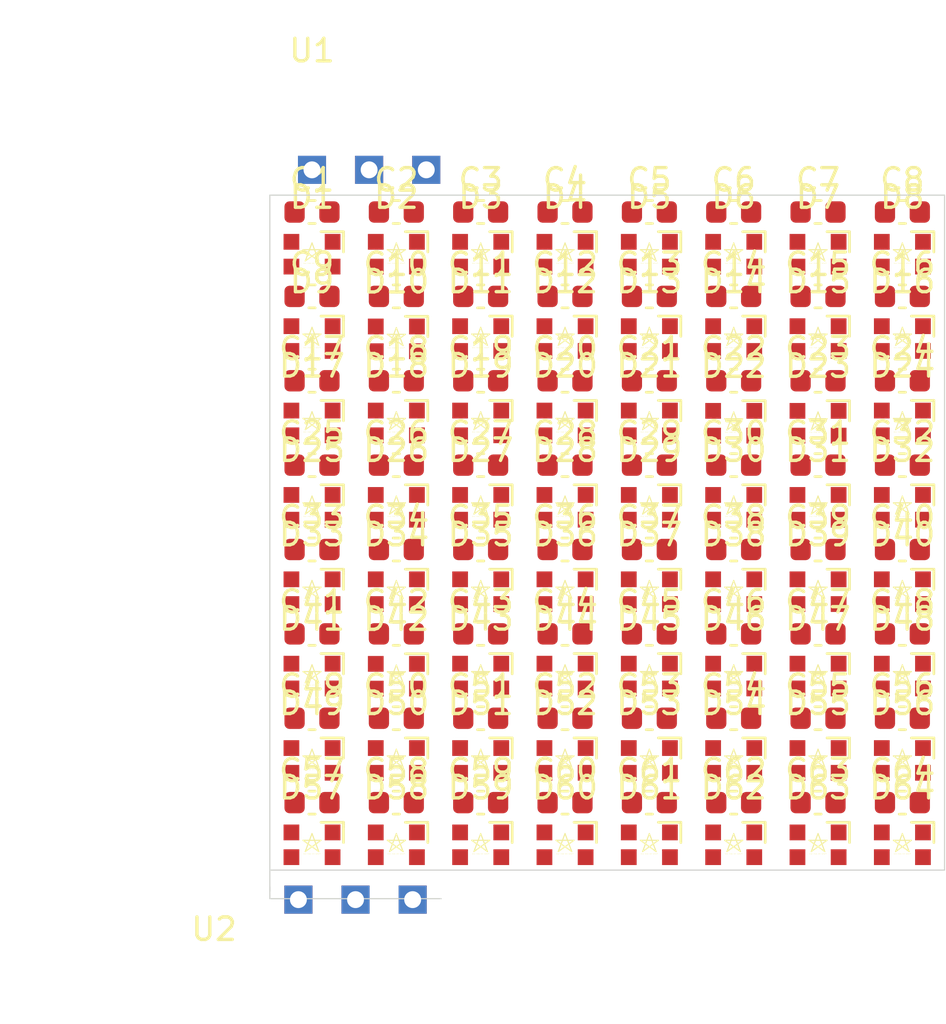
<source format=kicad_pcb>
(kicad_pcb (version 20171130) (host pcbnew "(5.1.7-0-10_14)")
  (layers (0 F.Cu signal) (31 B.Cu signal) (34 B.Paste user) (35 F.Paste user) (36 B.SilkS user) (37 F.SilkS user) (38 B.Mask user) (39 F.Mask user) (44 Edge.Cuts user))
  (net 0 "")
  (net 1 GND)
  (net 2 +5V)
  (net 3 "/Led Set1/DIN")
  (net 4 /sheet5FFCCB65/DIN)
  (net 5 /sheet5FFCCCDC/DIN)
  (net 6 /sheet5FFCCEA1/DIN)
  (net 7 /sheet5FFCD054/DIN)
  (net 8 /sheet5FFCD275/DIN)
  (net 9 /sheet5FFCD56C/DIN)
  (net 10 /sheet5FFCD801/DIN)
  (net 11 /sheet5FFCE96D/DIN)
  (net 12 /sheet5FFCE96E/DIN)
  (net 13 /sheet5FFCE96F/DIN)
  (net 14 /sheet5FFCE970/DIN)
  (net 15 /sheet5FFCE971/DIN)
  (net 16 /sheet5FFCE972/DIN)
  (net 17 /sheet5FFCE973/DIN)
  (net 18 /sheet5FFCE974/DIN)
  (net 19 /sheet5FFCF159/DIN)
  (net 20 /sheet5FFCF15A/DIN)
  (net 21 /sheet5FFCF15B/DIN)
  (net 22 /sheet5FFCF15C/DIN)
  (net 23 /sheet5FFCF15D/DIN)
  (net 24 /sheet5FFCF15E/DIN)
  (net 25 /sheet5FFCF15F/DIN)
  (net 26 /sheet5FFCF160/DIN)
  (net 27 /sheet5FFCFCC1/DIN)
  (net 28 /sheet5FFCFCC2/DIN)
  (net 29 /sheet5FFCFCC3/DIN)
  (net 30 /sheet5FFCFCC4/DIN)
  (net 31 /sheet5FFCFCC5/DIN)
  (net 32 /sheet5FFCFCC6/DIN)
  (net 33 /sheet5FFCFCC7/DIN)
  (net 34 /sheet5FFCFCC8/DIN)
  (net 35 /sheet5FFD0AB9/DIN)
  (net 36 /sheet5FFD0ABA/DIN)
  (net 37 /sheet5FFD0ABB/DIN)
  (net 38 /sheet5FFD0ABC/DIN)
  (net 39 /sheet5FFD0ABD/DIN)
  (net 40 /sheet5FFD0ABE/DIN)
  (net 41 /sheet5FFD0ABF/DIN)
  (net 42 /sheet5FFD0AC0/DIN)
  (net 43 /sheet5FFD1E55/DIN)
  (net 44 /sheet5FFD1E56/DIN)
  (net 45 /sheet5FFD1E57/DIN)
  (net 46 /sheet5FFD1E58/DIN)
  (net 47 /sheet5FFD1E59/DIN)
  (net 48 /sheet5FFD1E5A/DIN)
  (net 49 /sheet5FFD1E5B/DIN)
  (net 50 /sheet5FFD1E5C/DIN)
  (net 51 /sheet5FFD3649/DIN)
  (net 52 /sheet5FFD364A/DIN)
  (net 53 /sheet5FFD364B/DIN)
  (net 54 /sheet5FFD364C/DIN)
  (net 55 /sheet5FFD364D/DIN)
  (net 56 /sheet5FFD364E/DIN)
  (net 57 /sheet5FFD364F/DIN)
  (net 58 /sheet5FFD3650/DIN)
  (net 59 /sheet5FFD5589/DIN)
  (net 60 /sheet5FFD558A/DIN)
  (net 61 /sheet5FFD558B/DIN)
  (net 62 /sheet5FFD558C/DIN)
  (net 63 /sheet5FFD558D/DIN)
  (net 64 /sheet5FFD558E/DIN)
  (net 65 /sheet5FFD558F/DIN)
  (net 66 /sheet5FFD5590/DIN)
  (net 67 /sheet5FFD5590/DOUT)
  (module my_lib:C_0603_1608Metric (layer F.Cu) (at 121.875 43.875)
    (fp_text reference C64 (at 0 -1.43) (layer F.SilkS))
    (fp_text value 100nf hide)
    (pad 2 smd roundrect (at 0.775 0) (size 0.9 0.95) (layers F.Cu F.Paste F.Mask) (net 1 GND))
    (pad 1 smd roundrect (at -0.775 0) (size 0.9 0.95) (layers F.Cu F.Paste F.Mask) (net 2 +5V))
  )
  (module my_lib:C_0603_1608Metric (layer F.Cu) (at 118.125 43.875)
    (fp_text reference C63 (at 0 -1.43) (layer F.SilkS))
    (fp_text value 100nf hide)
    (pad 2 smd roundrect (at 0.775 0) (size 0.9 0.95) (layers F.Cu F.Paste F.Mask) (net 1 GND))
    (pad 1 smd roundrect (at -0.775 0) (size 0.9 0.95) (layers F.Cu F.Paste F.Mask) (net 2 +5V))
  )
  (module my_lib:C_0603_1608Metric (layer F.Cu) (at 114.375 43.875)
    (fp_text reference C62 (at 0 -1.43) (layer F.SilkS))
    (fp_text value 100nf hide)
    (pad 2 smd roundrect (at 0.775 0) (size 0.9 0.95) (layers F.Cu F.Paste F.Mask) (net 1 GND))
    (pad 1 smd roundrect (at -0.775 0) (size 0.9 0.95) (layers F.Cu F.Paste F.Mask) (net 2 +5V))
  )
  (module my_lib:C_0603_1608Metric (layer F.Cu) (at 110.625 43.875)
    (fp_text reference C61 (at 0 -1.43) (layer F.SilkS))
    (fp_text value 100nf hide)
    (pad 2 smd roundrect (at 0.775 0) (size 0.9 0.95) (layers F.Cu F.Paste F.Mask) (net 1 GND))
    (pad 1 smd roundrect (at -0.775 0) (size 0.9 0.95) (layers F.Cu F.Paste F.Mask) (net 2 +5V))
  )
  (module my_lib:C_0603_1608Metric (layer F.Cu) (at 106.875 43.875)
    (fp_text reference C60 (at 0 -1.43) (layer F.SilkS))
    (fp_text value 100nf hide)
    (pad 2 smd roundrect (at 0.775 0) (size 0.9 0.95) (layers F.Cu F.Paste F.Mask) (net 1 GND))
    (pad 1 smd roundrect (at -0.775 0) (size 0.9 0.95) (layers F.Cu F.Paste F.Mask) (net 2 +5V))
  )
  (module my_lib:C_0603_1608Metric (layer F.Cu) (at 103.125 43.875)
    (fp_text reference C59 (at 0 -1.43) (layer F.SilkS))
    (fp_text value 100nf hide)
    (pad 2 smd roundrect (at 0.775 0) (size 0.9 0.95) (layers F.Cu F.Paste F.Mask) (net 1 GND))
    (pad 1 smd roundrect (at -0.775 0) (size 0.9 0.95) (layers F.Cu F.Paste F.Mask) (net 2 +5V))
  )
  (module my_lib:C_0603_1608Metric (layer F.Cu) (at 99.375 43.875)
    (fp_text reference C58 (at 0 -1.43) (layer F.SilkS))
    (fp_text value 100nf hide)
    (pad 2 smd roundrect (at 0.775 0) (size 0.9 0.95) (layers F.Cu F.Paste F.Mask) (net 1 GND))
    (pad 1 smd roundrect (at -0.775 0) (size 0.9 0.95) (layers F.Cu F.Paste F.Mask) (net 2 +5V))
  )
  (module my_lib:C_0603_1608Metric (layer F.Cu) (at 95.625 43.875)
    (fp_text reference C57 (at 0 -1.43) (layer F.SilkS))
    (fp_text value 100nf hide)
    (pad 2 smd roundrect (at 0.775 0) (size 0.9 0.95) (layers F.Cu F.Paste F.Mask) (net 1 GND))
    (pad 1 smd roundrect (at -0.775 0) (size 0.9 0.95) (layers F.Cu F.Paste F.Mask) (net 2 +5V))
  )
  (module my_lib:C_0603_1608Metric (layer F.Cu) (at 121.875 40.125)
    (fp_text reference C56 (at 0 -1.43) (layer F.SilkS))
    (fp_text value 100nf hide)
    (pad 2 smd roundrect (at 0.775 0) (size 0.9 0.95) (layers F.Cu F.Paste F.Mask) (net 1 GND))
    (pad 1 smd roundrect (at -0.775 0) (size 0.9 0.95) (layers F.Cu F.Paste F.Mask) (net 2 +5V))
  )
  (module my_lib:C_0603_1608Metric (layer F.Cu) (at 118.125 40.125)
    (fp_text reference C55 (at 0 -1.43) (layer F.SilkS))
    (fp_text value 100nf hide)
    (pad 2 smd roundrect (at 0.775 0) (size 0.9 0.95) (layers F.Cu F.Paste F.Mask) (net 1 GND))
    (pad 1 smd roundrect (at -0.775 0) (size 0.9 0.95) (layers F.Cu F.Paste F.Mask) (net 2 +5V))
  )
  (module my_lib:C_0603_1608Metric (layer F.Cu) (at 114.375 40.125)
    (fp_text reference C54 (at 0 -1.43) (layer F.SilkS))
    (fp_text value 100nf hide)
    (pad 2 smd roundrect (at 0.775 0) (size 0.9 0.95) (layers F.Cu F.Paste F.Mask) (net 1 GND))
    (pad 1 smd roundrect (at -0.775 0) (size 0.9 0.95) (layers F.Cu F.Paste F.Mask) (net 2 +5V))
  )
  (module my_lib:C_0603_1608Metric (layer F.Cu) (at 110.625 40.125)
    (fp_text reference C53 (at 0 -1.43) (layer F.SilkS))
    (fp_text value 100nf hide)
    (pad 2 smd roundrect (at 0.775 0) (size 0.9 0.95) (layers F.Cu F.Paste F.Mask) (net 1 GND))
    (pad 1 smd roundrect (at -0.775 0) (size 0.9 0.95) (layers F.Cu F.Paste F.Mask) (net 2 +5V))
  )
  (module my_lib:C_0603_1608Metric (layer F.Cu) (at 106.875 40.125)
    (fp_text reference C52 (at 0 -1.43) (layer F.SilkS))
    (fp_text value 100nf hide)
    (pad 2 smd roundrect (at 0.775 0) (size 0.9 0.95) (layers F.Cu F.Paste F.Mask) (net 1 GND))
    (pad 1 smd roundrect (at -0.775 0) (size 0.9 0.95) (layers F.Cu F.Paste F.Mask) (net 2 +5V))
  )
  (module my_lib:C_0603_1608Metric (layer F.Cu) (at 103.125 40.125)
    (fp_text reference C51 (at 0 -1.43) (layer F.SilkS))
    (fp_text value 100nf hide)
    (pad 2 smd roundrect (at 0.775 0) (size 0.9 0.95) (layers F.Cu F.Paste F.Mask) (net 1 GND))
    (pad 1 smd roundrect (at -0.775 0) (size 0.9 0.95) (layers F.Cu F.Paste F.Mask) (net 2 +5V))
  )
  (module my_lib:C_0603_1608Metric (layer F.Cu) (at 99.375 40.125)
    (fp_text reference C50 (at 0 -1.43) (layer F.SilkS))
    (fp_text value 100nf hide)
    (pad 2 smd roundrect (at 0.775 0) (size 0.9 0.95) (layers F.Cu F.Paste F.Mask) (net 1 GND))
    (pad 1 smd roundrect (at -0.775 0) (size 0.9 0.95) (layers F.Cu F.Paste F.Mask) (net 2 +5V))
  )
  (module my_lib:C_0603_1608Metric (layer F.Cu) (at 95.625 40.125)
    (fp_text reference C49 (at 0 -1.43) (layer F.SilkS))
    (fp_text value 100nf hide)
    (pad 2 smd roundrect (at 0.775 0) (size 0.9 0.95) (layers F.Cu F.Paste F.Mask) (net 1 GND))
    (pad 1 smd roundrect (at -0.775 0) (size 0.9 0.95) (layers F.Cu F.Paste F.Mask) (net 2 +5V))
  )
  (module my_lib:C_0603_1608Metric (layer F.Cu) (at 121.875 36.375)
    (fp_text reference C48 (at 0 -1.43) (layer F.SilkS))
    (fp_text value 100nf hide)
    (pad 2 smd roundrect (at 0.775 0) (size 0.9 0.95) (layers F.Cu F.Paste F.Mask) (net 1 GND))
    (pad 1 smd roundrect (at -0.775 0) (size 0.9 0.95) (layers F.Cu F.Paste F.Mask) (net 2 +5V))
  )
  (module my_lib:C_0603_1608Metric (layer F.Cu) (at 118.125 36.375)
    (fp_text reference C47 (at 0 -1.43) (layer F.SilkS))
    (fp_text value 100nf hide)
    (pad 2 smd roundrect (at 0.775 0) (size 0.9 0.95) (layers F.Cu F.Paste F.Mask) (net 1 GND))
    (pad 1 smd roundrect (at -0.775 0) (size 0.9 0.95) (layers F.Cu F.Paste F.Mask) (net 2 +5V))
  )
  (module my_lib:C_0603_1608Metric (layer F.Cu) (at 114.375 36.375)
    (fp_text reference C46 (at 0 -1.43) (layer F.SilkS))
    (fp_text value 100nf hide)
    (pad 2 smd roundrect (at 0.775 0) (size 0.9 0.95) (layers F.Cu F.Paste F.Mask) (net 1 GND))
    (pad 1 smd roundrect (at -0.775 0) (size 0.9 0.95) (layers F.Cu F.Paste F.Mask) (net 2 +5V))
  )
  (module my_lib:C_0603_1608Metric (layer F.Cu) (at 110.625 36.375)
    (fp_text reference C45 (at 0 -1.43) (layer F.SilkS))
    (fp_text value 100nf hide)
    (pad 2 smd roundrect (at 0.775 0) (size 0.9 0.95) (layers F.Cu F.Paste F.Mask) (net 1 GND))
    (pad 1 smd roundrect (at -0.775 0) (size 0.9 0.95) (layers F.Cu F.Paste F.Mask) (net 2 +5V))
  )
  (module my_lib:C_0603_1608Metric (layer F.Cu) (at 106.875 36.375)
    (fp_text reference C44 (at 0 -1.43) (layer F.SilkS))
    (fp_text value 100nf hide)
    (pad 2 smd roundrect (at 0.775 0) (size 0.9 0.95) (layers F.Cu F.Paste F.Mask) (net 1 GND))
    (pad 1 smd roundrect (at -0.775 0) (size 0.9 0.95) (layers F.Cu F.Paste F.Mask) (net 2 +5V))
  )
  (module my_lib:C_0603_1608Metric (layer F.Cu) (at 103.125 36.375)
    (fp_text reference C43 (at 0 -1.43) (layer F.SilkS))
    (fp_text value 100nf hide)
    (pad 2 smd roundrect (at 0.775 0) (size 0.9 0.95) (layers F.Cu F.Paste F.Mask) (net 1 GND))
    (pad 1 smd roundrect (at -0.775 0) (size 0.9 0.95) (layers F.Cu F.Paste F.Mask) (net 2 +5V))
  )
  (module my_lib:C_0603_1608Metric (layer F.Cu) (at 99.375 36.375)
    (fp_text reference C42 (at 0 -1.43) (layer F.SilkS))
    (fp_text value 100nf hide)
    (pad 2 smd roundrect (at 0.775 0) (size 0.9 0.95) (layers F.Cu F.Paste F.Mask) (net 1 GND))
    (pad 1 smd roundrect (at -0.775 0) (size 0.9 0.95) (layers F.Cu F.Paste F.Mask) (net 2 +5V))
  )
  (module my_lib:C_0603_1608Metric (layer F.Cu) (at 95.625 36.375)
    (fp_text reference C41 (at 0 -1.43) (layer F.SilkS))
    (fp_text value 100nf hide)
    (pad 2 smd roundrect (at 0.775 0) (size 0.9 0.95) (layers F.Cu F.Paste F.Mask) (net 1 GND))
    (pad 1 smd roundrect (at -0.775 0) (size 0.9 0.95) (layers F.Cu F.Paste F.Mask) (net 2 +5V))
  )
  (module my_lib:C_0603_1608Metric (layer F.Cu) (at 121.875 32.625)
    (fp_text reference C40 (at 0 -1.43) (layer F.SilkS))
    (fp_text value 100nf hide)
    (pad 2 smd roundrect (at 0.775 0) (size 0.9 0.95) (layers F.Cu F.Paste F.Mask) (net 1 GND))
    (pad 1 smd roundrect (at -0.775 0) (size 0.9 0.95) (layers F.Cu F.Paste F.Mask) (net 2 +5V))
  )
  (module my_lib:C_0603_1608Metric (layer F.Cu) (at 118.125 32.625)
    (fp_text reference C39 (at 0 -1.43) (layer F.SilkS))
    (fp_text value 100nf hide)
    (pad 2 smd roundrect (at 0.775 0) (size 0.9 0.95) (layers F.Cu F.Paste F.Mask) (net 1 GND))
    (pad 1 smd roundrect (at -0.775 0) (size 0.9 0.95) (layers F.Cu F.Paste F.Mask) (net 2 +5V))
  )
  (module my_lib:C_0603_1608Metric (layer F.Cu) (at 114.375 32.625)
    (fp_text reference C38 (at 0 -1.43) (layer F.SilkS))
    (fp_text value 100nf hide)
    (pad 2 smd roundrect (at 0.775 0) (size 0.9 0.95) (layers F.Cu F.Paste F.Mask) (net 1 GND))
    (pad 1 smd roundrect (at -0.775 0) (size 0.9 0.95) (layers F.Cu F.Paste F.Mask) (net 2 +5V))
  )
  (module my_lib:C_0603_1608Metric (layer F.Cu) (at 110.625 32.625)
    (fp_text reference C37 (at 0 -1.43) (layer F.SilkS))
    (fp_text value 100nf hide)
    (pad 2 smd roundrect (at 0.775 0) (size 0.9 0.95) (layers F.Cu F.Paste F.Mask) (net 1 GND))
    (pad 1 smd roundrect (at -0.775 0) (size 0.9 0.95) (layers F.Cu F.Paste F.Mask) (net 2 +5V))
  )
  (module my_lib:C_0603_1608Metric (layer F.Cu) (at 106.875 32.625)
    (fp_text reference C36 (at 0 -1.43) (layer F.SilkS))
    (fp_text value 100nf hide)
    (pad 2 smd roundrect (at 0.775 0) (size 0.9 0.95) (layers F.Cu F.Paste F.Mask) (net 1 GND))
    (pad 1 smd roundrect (at -0.775 0) (size 0.9 0.95) (layers F.Cu F.Paste F.Mask) (net 2 +5V))
  )
  (module my_lib:C_0603_1608Metric (layer F.Cu) (at 103.125 32.625)
    (fp_text reference C35 (at 0 -1.43) (layer F.SilkS))
    (fp_text value 100nf hide)
    (pad 2 smd roundrect (at 0.775 0) (size 0.9 0.95) (layers F.Cu F.Paste F.Mask) (net 1 GND))
    (pad 1 smd roundrect (at -0.775 0) (size 0.9 0.95) (layers F.Cu F.Paste F.Mask) (net 2 +5V))
  )
  (module my_lib:C_0603_1608Metric (layer F.Cu) (at 99.375 32.625)
    (fp_text reference C34 (at 0 -1.43) (layer F.SilkS))
    (fp_text value 100nf hide)
    (pad 2 smd roundrect (at 0.775 0) (size 0.9 0.95) (layers F.Cu F.Paste F.Mask) (net 1 GND))
    (pad 1 smd roundrect (at -0.775 0) (size 0.9 0.95) (layers F.Cu F.Paste F.Mask) (net 2 +5V))
  )
  (module my_lib:C_0603_1608Metric (layer F.Cu) (at 95.625 32.625)
    (fp_text reference C33 (at 0 -1.43) (layer F.SilkS))
    (fp_text value 100nf hide)
    (pad 2 smd roundrect (at 0.775 0) (size 0.9 0.95) (layers F.Cu F.Paste F.Mask) (net 1 GND))
    (pad 1 smd roundrect (at -0.775 0) (size 0.9 0.95) (layers F.Cu F.Paste F.Mask) (net 2 +5V))
  )
  (module my_lib:C_0603_1608Metric (layer F.Cu) (at 121.875 28.875)
    (fp_text reference C32 (at 0 -1.43) (layer F.SilkS))
    (fp_text value 100nf hide)
    (pad 2 smd roundrect (at 0.775 0) (size 0.9 0.95) (layers F.Cu F.Paste F.Mask) (net 1 GND))
    (pad 1 smd roundrect (at -0.775 0) (size 0.9 0.95) (layers F.Cu F.Paste F.Mask) (net 2 +5V))
  )
  (module my_lib:C_0603_1608Metric (layer F.Cu) (at 118.125 28.875)
    (fp_text reference C31 (at 0 -1.43) (layer F.SilkS))
    (fp_text value 100nf hide)
    (pad 2 smd roundrect (at 0.775 0) (size 0.9 0.95) (layers F.Cu F.Paste F.Mask) (net 1 GND))
    (pad 1 smd roundrect (at -0.775 0) (size 0.9 0.95) (layers F.Cu F.Paste F.Mask) (net 2 +5V))
  )
  (module my_lib:C_0603_1608Metric (layer F.Cu) (at 114.375 28.875)
    (fp_text reference C30 (at 0 -1.43) (layer F.SilkS))
    (fp_text value 100nf hide)
    (pad 2 smd roundrect (at 0.775 0) (size 0.9 0.95) (layers F.Cu F.Paste F.Mask) (net 1 GND))
    (pad 1 smd roundrect (at -0.775 0) (size 0.9 0.95) (layers F.Cu F.Paste F.Mask) (net 2 +5V))
  )
  (module my_lib:C_0603_1608Metric (layer F.Cu) (at 110.625 28.875)
    (fp_text reference C29 (at 0 -1.43) (layer F.SilkS))
    (fp_text value 100nf hide)
    (pad 2 smd roundrect (at 0.775 0) (size 0.9 0.95) (layers F.Cu F.Paste F.Mask) (net 1 GND))
    (pad 1 smd roundrect (at -0.775 0) (size 0.9 0.95) (layers F.Cu F.Paste F.Mask) (net 2 +5V))
  )
  (module my_lib:C_0603_1608Metric (layer F.Cu) (at 106.875 28.875)
    (fp_text reference C28 (at 0 -1.43) (layer F.SilkS))
    (fp_text value 100nf hide)
    (pad 2 smd roundrect (at 0.775 0) (size 0.9 0.95) (layers F.Cu F.Paste F.Mask) (net 1 GND))
    (pad 1 smd roundrect (at -0.775 0) (size 0.9 0.95) (layers F.Cu F.Paste F.Mask) (net 2 +5V))
  )
  (module my_lib:C_0603_1608Metric (layer F.Cu) (at 103.125 28.875)
    (fp_text reference C27 (at 0 -1.43) (layer F.SilkS))
    (fp_text value 100nf hide)
    (pad 2 smd roundrect (at 0.775 0) (size 0.9 0.95) (layers F.Cu F.Paste F.Mask) (net 1 GND))
    (pad 1 smd roundrect (at -0.775 0) (size 0.9 0.95) (layers F.Cu F.Paste F.Mask) (net 2 +5V))
  )
  (module my_lib:C_0603_1608Metric (layer F.Cu) (at 99.375 28.875)
    (fp_text reference C26 (at 0 -1.43) (layer F.SilkS))
    (fp_text value 100nf hide)
    (pad 2 smd roundrect (at 0.775 0) (size 0.9 0.95) (layers F.Cu F.Paste F.Mask) (net 1 GND))
    (pad 1 smd roundrect (at -0.775 0) (size 0.9 0.95) (layers F.Cu F.Paste F.Mask) (net 2 +5V))
  )
  (module my_lib:C_0603_1608Metric (layer F.Cu) (at 95.625 28.875)
    (fp_text reference C25 (at 0 -1.43) (layer F.SilkS))
    (fp_text value 100nf hide)
    (pad 2 smd roundrect (at 0.775 0) (size 0.9 0.95) (layers F.Cu F.Paste F.Mask) (net 1 GND))
    (pad 1 smd roundrect (at -0.775 0) (size 0.9 0.95) (layers F.Cu F.Paste F.Mask) (net 2 +5V))
  )
  (module my_lib:C_0603_1608Metric (layer F.Cu) (at 121.875 25.125)
    (fp_text reference C24 (at 0 -1.43) (layer F.SilkS))
    (fp_text value 100nf hide)
    (pad 2 smd roundrect (at 0.775 0) (size 0.9 0.95) (layers F.Cu F.Paste F.Mask) (net 1 GND))
    (pad 1 smd roundrect (at -0.775 0) (size 0.9 0.95) (layers F.Cu F.Paste F.Mask) (net 2 +5V))
  )
  (module my_lib:C_0603_1608Metric (layer F.Cu) (at 118.125 25.125)
    (fp_text reference C23 (at 0 -1.43) (layer F.SilkS))
    (fp_text value 100nf hide)
    (pad 2 smd roundrect (at 0.775 0) (size 0.9 0.95) (layers F.Cu F.Paste F.Mask) (net 1 GND))
    (pad 1 smd roundrect (at -0.775 0) (size 0.9 0.95) (layers F.Cu F.Paste F.Mask) (net 2 +5V))
  )
  (module my_lib:C_0603_1608Metric (layer F.Cu) (at 114.375 25.125)
    (fp_text reference C22 (at 0 -1.43) (layer F.SilkS))
    (fp_text value 100nf hide)
    (pad 2 smd roundrect (at 0.775 0) (size 0.9 0.95) (layers F.Cu F.Paste F.Mask) (net 1 GND))
    (pad 1 smd roundrect (at -0.775 0) (size 0.9 0.95) (layers F.Cu F.Paste F.Mask) (net 2 +5V))
  )
  (module my_lib:C_0603_1608Metric (layer F.Cu) (at 110.625 25.125)
    (fp_text reference C21 (at 0 -1.43) (layer F.SilkS))
    (fp_text value 100nf hide)
    (pad 2 smd roundrect (at 0.775 0) (size 0.9 0.95) (layers F.Cu F.Paste F.Mask) (net 1 GND))
    (pad 1 smd roundrect (at -0.775 0) (size 0.9 0.95) (layers F.Cu F.Paste F.Mask) (net 2 +5V))
  )
  (module my_lib:C_0603_1608Metric (layer F.Cu) (at 106.875 25.125)
    (fp_text reference C20 (at 0 -1.43) (layer F.SilkS))
    (fp_text value 100nf hide)
    (pad 2 smd roundrect (at 0.775 0) (size 0.9 0.95) (layers F.Cu F.Paste F.Mask) (net 1 GND))
    (pad 1 smd roundrect (at -0.775 0) (size 0.9 0.95) (layers F.Cu F.Paste F.Mask) (net 2 +5V))
  )
  (module my_lib:C_0603_1608Metric (layer F.Cu) (at 103.125 25.125)
    (fp_text reference C19 (at 0 -1.43) (layer F.SilkS))
    (fp_text value 100nf hide)
    (pad 2 smd roundrect (at 0.775 0) (size 0.9 0.95) (layers F.Cu F.Paste F.Mask) (net 1 GND))
    (pad 1 smd roundrect (at -0.775 0) (size 0.9 0.95) (layers F.Cu F.Paste F.Mask) (net 2 +5V))
  )
  (module my_lib:C_0603_1608Metric (layer F.Cu) (at 99.375 25.125)
    (fp_text reference C18 (at 0 -1.43) (layer F.SilkS))
    (fp_text value 100nf hide)
    (pad 2 smd roundrect (at 0.775 0) (size 0.9 0.95) (layers F.Cu F.Paste F.Mask) (net 1 GND))
    (pad 1 smd roundrect (at -0.775 0) (size 0.9 0.95) (layers F.Cu F.Paste F.Mask) (net 2 +5V))
  )
  (module my_lib:C_0603_1608Metric (layer F.Cu) (at 95.625 25.125)
    (fp_text reference C17 (at 0 -1.43) (layer F.SilkS))
    (fp_text value 100nf hide)
    (pad 2 smd roundrect (at 0.775 0) (size 0.9 0.95) (layers F.Cu F.Paste F.Mask) (net 1 GND))
    (pad 1 smd roundrect (at -0.775 0) (size 0.9 0.95) (layers F.Cu F.Paste F.Mask) (net 2 +5V))
  )
  (module my_lib:C_0603_1608Metric (layer F.Cu) (at 121.875 21.375)
    (fp_text reference C16 (at 0 -1.43) (layer F.SilkS))
    (fp_text value 100nf hide)
    (pad 2 smd roundrect (at 0.775 0) (size 0.9 0.95) (layers F.Cu F.Paste F.Mask) (net 1 GND))
    (pad 1 smd roundrect (at -0.775 0) (size 0.9 0.95) (layers F.Cu F.Paste F.Mask) (net 2 +5V))
  )
  (module my_lib:C_0603_1608Metric (layer F.Cu) (at 118.125 21.375)
    (fp_text reference C15 (at 0 -1.43) (layer F.SilkS))
    (fp_text value 100nf hide)
    (pad 2 smd roundrect (at 0.775 0) (size 0.9 0.95) (layers F.Cu F.Paste F.Mask) (net 1 GND))
    (pad 1 smd roundrect (at -0.775 0) (size 0.9 0.95) (layers F.Cu F.Paste F.Mask) (net 2 +5V))
  )
  (module my_lib:C_0603_1608Metric (layer F.Cu) (at 114.375 21.375)
    (fp_text reference C14 (at 0 -1.43) (layer F.SilkS))
    (fp_text value 100nf hide)
    (pad 2 smd roundrect (at 0.775 0) (size 0.9 0.95) (layers F.Cu F.Paste F.Mask) (net 1 GND))
    (pad 1 smd roundrect (at -0.775 0) (size 0.9 0.95) (layers F.Cu F.Paste F.Mask) (net 2 +5V))
  )
  (module my_lib:C_0603_1608Metric (layer F.Cu) (at 110.625 21.375)
    (fp_text reference C13 (at 0 -1.43) (layer F.SilkS))
    (fp_text value 100nf hide)
    (pad 2 smd roundrect (at 0.775 0) (size 0.9 0.95) (layers F.Cu F.Paste F.Mask) (net 1 GND))
    (pad 1 smd roundrect (at -0.775 0) (size 0.9 0.95) (layers F.Cu F.Paste F.Mask) (net 2 +5V))
  )
  (module my_lib:C_0603_1608Metric (layer F.Cu) (at 106.875 21.375)
    (fp_text reference C12 (at 0 -1.43) (layer F.SilkS))
    (fp_text value 100nf hide)
    (pad 2 smd roundrect (at 0.775 0) (size 0.9 0.95) (layers F.Cu F.Paste F.Mask) (net 1 GND))
    (pad 1 smd roundrect (at -0.775 0) (size 0.9 0.95) (layers F.Cu F.Paste F.Mask) (net 2 +5V))
  )
  (module my_lib:C_0603_1608Metric (layer F.Cu) (at 103.125 21.375)
    (fp_text reference C11 (at 0 -1.43) (layer F.SilkS))
    (fp_text value 100nf hide)
    (pad 2 smd roundrect (at 0.775 0) (size 0.9 0.95) (layers F.Cu F.Paste F.Mask) (net 1 GND))
    (pad 1 smd roundrect (at -0.775 0) (size 0.9 0.95) (layers F.Cu F.Paste F.Mask) (net 2 +5V))
  )
  (module my_lib:C_0603_1608Metric (layer F.Cu) (at 99.375 21.375)
    (fp_text reference C10 (at 0 -1.43) (layer F.SilkS))
    (fp_text value 100nf hide)
    (pad 2 smd roundrect (at 0.775 0) (size 0.9 0.95) (layers F.Cu F.Paste F.Mask) (net 1 GND))
    (pad 1 smd roundrect (at -0.775 0) (size 0.9 0.95) (layers F.Cu F.Paste F.Mask) (net 2 +5V))
  )
  (module my_lib:C_0603_1608Metric (layer F.Cu) (at 95.625 21.375)
    (fp_text reference C9 (at 0 -1.43) (layer F.SilkS))
    (fp_text value 100nf hide)
    (pad 2 smd roundrect (at 0.775 0) (size 0.9 0.95) (layers F.Cu F.Paste F.Mask) (net 1 GND))
    (pad 1 smd roundrect (at -0.775 0) (size 0.9 0.95) (layers F.Cu F.Paste F.Mask) (net 2 +5V))
  )
  (module my_lib:C_0603_1608Metric (layer F.Cu) (at 121.875 17.625)
    (fp_text reference C8 (at 0 -1.43) (layer F.SilkS))
    (fp_text value 100nf hide)
    (pad 2 smd roundrect (at 0.775 0) (size 0.9 0.95) (layers F.Cu F.Paste F.Mask) (net 1 GND))
    (pad 1 smd roundrect (at -0.775 0) (size 0.9 0.95) (layers F.Cu F.Paste F.Mask) (net 2 +5V))
  )
  (module my_lib:C_0603_1608Metric (layer F.Cu) (at 118.125 17.625)
    (fp_text reference C7 (at 0 -1.43) (layer F.SilkS))
    (fp_text value 100nf hide)
    (pad 2 smd roundrect (at 0.775 0) (size 0.9 0.95) (layers F.Cu F.Paste F.Mask) (net 1 GND))
    (pad 1 smd roundrect (at -0.775 0) (size 0.9 0.95) (layers F.Cu F.Paste F.Mask) (net 2 +5V))
  )
  (module my_lib:C_0603_1608Metric (layer F.Cu) (at 114.375 17.625)
    (fp_text reference C6 (at 0 -1.43) (layer F.SilkS))
    (fp_text value 100nf hide)
    (pad 2 smd roundrect (at 0.775 0) (size 0.9 0.95) (layers F.Cu F.Paste F.Mask) (net 1 GND))
    (pad 1 smd roundrect (at -0.775 0) (size 0.9 0.95) (layers F.Cu F.Paste F.Mask) (net 2 +5V))
  )
  (module my_lib:C_0603_1608Metric (layer F.Cu) (at 110.625 17.625)
    (fp_text reference C5 (at 0 -1.43) (layer F.SilkS))
    (fp_text value 100nf hide)
    (pad 2 smd roundrect (at 0.775 0) (size 0.9 0.95) (layers F.Cu F.Paste F.Mask) (net 1 GND))
    (pad 1 smd roundrect (at -0.775 0) (size 0.9 0.95) (layers F.Cu F.Paste F.Mask) (net 2 +5V))
  )
  (module my_lib:C_0603_1608Metric (layer F.Cu) (at 106.875 17.625)
    (fp_text reference C4 (at 0 -1.43) (layer F.SilkS))
    (fp_text value 100nf hide)
    (pad 2 smd roundrect (at 0.775 0) (size 0.9 0.95) (layers F.Cu F.Paste F.Mask) (net 1 GND))
    (pad 1 smd roundrect (at -0.775 0) (size 0.9 0.95) (layers F.Cu F.Paste F.Mask) (net 2 +5V))
  )
  (module my_lib:C_0603_1608Metric (layer F.Cu) (at 103.125 17.625)
    (fp_text reference C3 (at 0 -1.43) (layer F.SilkS))
    (fp_text value 100nf hide)
    (pad 2 smd roundrect (at 0.775 0) (size 0.9 0.95) (layers F.Cu F.Paste F.Mask) (net 1 GND))
    (pad 1 smd roundrect (at -0.775 0) (size 0.9 0.95) (layers F.Cu F.Paste F.Mask) (net 2 +5V))
  )
  (module my_lib:C_0603_1608Metric (layer F.Cu) (at 99.375 17.625)
    (fp_text reference C2 (at 0 -1.43) (layer F.SilkS))
    (fp_text value 100nf hide)
    (pad 2 smd roundrect (at 0.775 0) (size 0.9 0.95) (layers F.Cu F.Paste F.Mask) (net 1 GND))
    (pad 1 smd roundrect (at -0.775 0) (size 0.9 0.95) (layers F.Cu F.Paste F.Mask) (net 2 +5V))
  )
  (module my_lib:C_0603_1608Metric (layer F.Cu) (at 95.625 17.625)
    (fp_text reference C1 (at 0 -1.43) (layer F.SilkS))
    (fp_text value 100nf hide)
    (pad 2 smd roundrect (at 0.775 0) (size 0.9 0.95) (layers F.Cu F.Paste F.Mask) (net 1 GND))
    (pad 1 smd roundrect (at -0.775 0) (size 0.9 0.95) (layers F.Cu F.Paste F.Mask) (net 2 +5V))
  )
  (module my_lib:Input-connector (layer F.Cu) (at 95.02 48.1875)
    (fp_text reference U2 (at -3.75 1.3125) (layer F.SilkS))
    (fp_text value Output_Matrice_8x8_WS2812-2020)
    (pad 2 thru_hole rect (at 2.54 0) (size 1.25 1.25) (drill 0.75) (layers *.Cu *.Mask) (net 2 +5V))
    (pad 3 thru_hole rect (at 5.08 0) (size 1.25 1.25) (drill 0.75) (layers *.Cu *.Mask) (net 1 GND))
    (pad 1 thru_hole rect (at 0 0) (size 1.25 1.25) (drill 0.75) (layers *.Cu *.Mask) (net 67 /sheet5FFD5590/DOUT))
  )
  (module my_lib:Input-connector (layer F.Cu) (at 95.625 15.75)
    (fp_text reference U1 (at 0 -5.3) (layer F.SilkS))
    (fp_text value Input_Matrice_8x8_WS2812-2020)
    (pad 2 thru_hole rect (at 2.54 0) (size 1.25 1.25) (drill 0.75) (layers *.Cu *.Mask) (net 2 +5V))
    (pad 3 thru_hole rect (at 5.08 0) (size 1.25 1.25) (drill 0.75) (layers *.Cu *.Mask) (net 1 GND))
    (pad 1 thru_hole rect (at 0 0) (size 1.25 1.25) (drill 0.75) (layers *.Cu *.Mask) (net 3 "/Led Set1/DIN"))
  )
  (module my_lib:WS2812-2020 (layer F.Cu) (at 121.875 45.75)
    (fp_text reference D64 (at 0 -2.54) (layer F.SilkS))
    (fp_text value WS2812-2020 hide)
    (fp_text user "Praise the dark lord" (at 0 0.4) (layer F.SilkS) (effects (font (size 0.05 0.05) (thickness 0.005) italic) (justify mirror)))
    (pad 4 smd rect (at 0.915 0.55) (size 0.7 0.7) (layers F.Cu F.Paste F.Mask) (net 2 +5V))
    (pad 3 smd rect (at -0.915 0.55) (size 0.7 0.7) (layers F.Cu F.Paste F.Mask) (net 66 /sheet5FFD5590/DIN))
    (pad 1 smd rect (at 0.915 -0.55) (size 0.7 0.7) (layers F.Cu F.Paste F.Mask) (net 67 /sheet5FFD5590/DOUT))
    (pad 2 smd rect (at -0.915 -0.55) (size 0.7 0.7) (layers F.Cu F.Paste F.Mask) (net 1 GND))
  )
  (module my_lib:WS2812-2020 (layer F.Cu) (at 118.125 45.75)
    (fp_text reference D63 (at 0 -2.54) (layer F.SilkS))
    (fp_text value WS2812-2020 hide)
    (fp_text user "Praise the dark lord" (at 0 0.4) (layer F.SilkS) (effects (font (size 0.05 0.05) (thickness 0.005) italic) (justify mirror)))
    (pad 4 smd rect (at 0.915 0.55) (size 0.7 0.7) (layers F.Cu F.Paste F.Mask) (net 2 +5V))
    (pad 3 smd rect (at -0.915 0.55) (size 0.7 0.7) (layers F.Cu F.Paste F.Mask) (net 65 /sheet5FFD558F/DIN))
    (pad 1 smd rect (at 0.915 -0.55) (size 0.7 0.7) (layers F.Cu F.Paste F.Mask) (net 66 /sheet5FFD5590/DIN))
    (pad 2 smd rect (at -0.915 -0.55) (size 0.7 0.7) (layers F.Cu F.Paste F.Mask) (net 1 GND))
  )
  (module my_lib:WS2812-2020 (layer F.Cu) (at 114.375 45.75)
    (fp_text reference D62 (at 0 -2.54) (layer F.SilkS))
    (fp_text value WS2812-2020 hide)
    (fp_text user "Praise the dark lord" (at 0 0.4) (layer F.SilkS) (effects (font (size 0.05 0.05) (thickness 0.005) italic) (justify mirror)))
    (pad 4 smd rect (at 0.915 0.55) (size 0.7 0.7) (layers F.Cu F.Paste F.Mask) (net 2 +5V))
    (pad 3 smd rect (at -0.915 0.55) (size 0.7 0.7) (layers F.Cu F.Paste F.Mask) (net 64 /sheet5FFD558E/DIN))
    (pad 1 smd rect (at 0.915 -0.55) (size 0.7 0.7) (layers F.Cu F.Paste F.Mask) (net 65 /sheet5FFD558F/DIN))
    (pad 2 smd rect (at -0.915 -0.55) (size 0.7 0.7) (layers F.Cu F.Paste F.Mask) (net 1 GND))
  )
  (module my_lib:WS2812-2020 (layer F.Cu) (at 110.625 45.75)
    (fp_text reference D61 (at 0 -2.54) (layer F.SilkS))
    (fp_text value WS2812-2020 hide)
    (fp_text user "Praise the dark lord" (at 0 0.4) (layer F.SilkS) (effects (font (size 0.05 0.05) (thickness 0.005) italic) (justify mirror)))
    (pad 4 smd rect (at 0.915 0.55) (size 0.7 0.7) (layers F.Cu F.Paste F.Mask) (net 2 +5V))
    (pad 3 smd rect (at -0.915 0.55) (size 0.7 0.7) (layers F.Cu F.Paste F.Mask) (net 63 /sheet5FFD558D/DIN))
    (pad 1 smd rect (at 0.915 -0.55) (size 0.7 0.7) (layers F.Cu F.Paste F.Mask) (net 64 /sheet5FFD558E/DIN))
    (pad 2 smd rect (at -0.915 -0.55) (size 0.7 0.7) (layers F.Cu F.Paste F.Mask) (net 1 GND))
  )
  (module my_lib:WS2812-2020 (layer F.Cu) (at 106.875 45.75)
    (fp_text reference D60 (at 0 -2.54) (layer F.SilkS))
    (fp_text value WS2812-2020 hide)
    (fp_text user "Praise the dark lord" (at 0 0.4) (layer F.SilkS) (effects (font (size 0.05 0.05) (thickness 0.005) italic) (justify mirror)))
    (pad 4 smd rect (at 0.915 0.55) (size 0.7 0.7) (layers F.Cu F.Paste F.Mask) (net 2 +5V))
    (pad 3 smd rect (at -0.915 0.55) (size 0.7 0.7) (layers F.Cu F.Paste F.Mask) (net 62 /sheet5FFD558C/DIN))
    (pad 1 smd rect (at 0.915 -0.55) (size 0.7 0.7) (layers F.Cu F.Paste F.Mask) (net 63 /sheet5FFD558D/DIN))
    (pad 2 smd rect (at -0.915 -0.55) (size 0.7 0.7) (layers F.Cu F.Paste F.Mask) (net 1 GND))
  )
  (module my_lib:WS2812-2020 (layer F.Cu) (at 103.125 45.75)
    (fp_text reference D59 (at 0 -2.54) (layer F.SilkS))
    (fp_text value WS2812-2020 hide)
    (fp_text user "Praise the dark lord" (at 0 0.4) (layer F.SilkS) (effects (font (size 0.05 0.05) (thickness 0.005) italic) (justify mirror)))
    (pad 4 smd rect (at 0.915 0.55) (size 0.7 0.7) (layers F.Cu F.Paste F.Mask) (net 2 +5V))
    (pad 3 smd rect (at -0.915 0.55) (size 0.7 0.7) (layers F.Cu F.Paste F.Mask) (net 61 /sheet5FFD558B/DIN))
    (pad 1 smd rect (at 0.915 -0.55) (size 0.7 0.7) (layers F.Cu F.Paste F.Mask) (net 62 /sheet5FFD558C/DIN))
    (pad 2 smd rect (at -0.915 -0.55) (size 0.7 0.7) (layers F.Cu F.Paste F.Mask) (net 1 GND))
  )
  (module my_lib:WS2812-2020 (layer F.Cu) (at 99.375 45.75)
    (fp_text reference D58 (at 0 -2.54) (layer F.SilkS))
    (fp_text value WS2812-2020 hide)
    (fp_text user "Praise the dark lord" (at 0 0.4) (layer F.SilkS) (effects (font (size 0.05 0.05) (thickness 0.005) italic) (justify mirror)))
    (pad 4 smd rect (at 0.915 0.55) (size 0.7 0.7) (layers F.Cu F.Paste F.Mask) (net 2 +5V))
    (pad 3 smd rect (at -0.915 0.55) (size 0.7 0.7) (layers F.Cu F.Paste F.Mask) (net 60 /sheet5FFD558A/DIN))
    (pad 1 smd rect (at 0.915 -0.55) (size 0.7 0.7) (layers F.Cu F.Paste F.Mask) (net 61 /sheet5FFD558B/DIN))
    (pad 2 smd rect (at -0.915 -0.55) (size 0.7 0.7) (layers F.Cu F.Paste F.Mask) (net 1 GND))
  )
  (module my_lib:WS2812-2020 (layer F.Cu) (at 95.625 45.75)
    (fp_text reference D57 (at 0 -2.54) (layer F.SilkS))
    (fp_text value WS2812-2020 hide)
    (fp_text user "Praise the dark lord" (at 0 0.4) (layer F.SilkS) (effects (font (size 0.05 0.05) (thickness 0.005) italic) (justify mirror)))
    (pad 4 smd rect (at 0.915 0.55) (size 0.7 0.7) (layers F.Cu F.Paste F.Mask) (net 2 +5V))
    (pad 3 smd rect (at -0.915 0.55) (size 0.7 0.7) (layers F.Cu F.Paste F.Mask) (net 59 /sheet5FFD5589/DIN))
    (pad 1 smd rect (at 0.915 -0.55) (size 0.7 0.7) (layers F.Cu F.Paste F.Mask) (net 60 /sheet5FFD558A/DIN))
    (pad 2 smd rect (at -0.915 -0.55) (size 0.7 0.7) (layers F.Cu F.Paste F.Mask) (net 1 GND))
  )
  (module my_lib:WS2812-2020 (layer F.Cu) (at 121.875 42)
    (fp_text reference D56 (at 0 -2.54) (layer F.SilkS))
    (fp_text value WS2812-2020 hide)
    (fp_text user "Praise the dark lord" (at 0 0.4) (layer F.SilkS) (effects (font (size 0.05 0.05) (thickness 0.005) italic) (justify mirror)))
    (pad 4 smd rect (at 0.915 0.55) (size 0.7 0.7) (layers F.Cu F.Paste F.Mask) (net 2 +5V))
    (pad 3 smd rect (at -0.915 0.55) (size 0.7 0.7) (layers F.Cu F.Paste F.Mask) (net 58 /sheet5FFD3650/DIN))
    (pad 1 smd rect (at 0.915 -0.55) (size 0.7 0.7) (layers F.Cu F.Paste F.Mask) (net 59 /sheet5FFD5589/DIN))
    (pad 2 smd rect (at -0.915 -0.55) (size 0.7 0.7) (layers F.Cu F.Paste F.Mask) (net 1 GND))
  )
  (module my_lib:WS2812-2020 (layer F.Cu) (at 118.125 42)
    (fp_text reference D55 (at 0 -2.54) (layer F.SilkS))
    (fp_text value WS2812-2020 hide)
    (fp_text user "Praise the dark lord" (at 0 0.4) (layer F.SilkS) (effects (font (size 0.05 0.05) (thickness 0.005) italic) (justify mirror)))
    (pad 4 smd rect (at 0.915 0.55) (size 0.7 0.7) (layers F.Cu F.Paste F.Mask) (net 2 +5V))
    (pad 3 smd rect (at -0.915 0.55) (size 0.7 0.7) (layers F.Cu F.Paste F.Mask) (net 57 /sheet5FFD364F/DIN))
    (pad 1 smd rect (at 0.915 -0.55) (size 0.7 0.7) (layers F.Cu F.Paste F.Mask) (net 58 /sheet5FFD3650/DIN))
    (pad 2 smd rect (at -0.915 -0.55) (size 0.7 0.7) (layers F.Cu F.Paste F.Mask) (net 1 GND))
  )
  (module my_lib:WS2812-2020 (layer F.Cu) (at 114.375 42)
    (fp_text reference D54 (at 0 -2.54) (layer F.SilkS))
    (fp_text value WS2812-2020 hide)
    (fp_text user "Praise the dark lord" (at 0 0.4) (layer F.SilkS) (effects (font (size 0.05 0.05) (thickness 0.005) italic) (justify mirror)))
    (pad 4 smd rect (at 0.915 0.55) (size 0.7 0.7) (layers F.Cu F.Paste F.Mask) (net 2 +5V))
    (pad 3 smd rect (at -0.915 0.55) (size 0.7 0.7) (layers F.Cu F.Paste F.Mask) (net 56 /sheet5FFD364E/DIN))
    (pad 1 smd rect (at 0.915 -0.55) (size 0.7 0.7) (layers F.Cu F.Paste F.Mask) (net 57 /sheet5FFD364F/DIN))
    (pad 2 smd rect (at -0.915 -0.55) (size 0.7 0.7) (layers F.Cu F.Paste F.Mask) (net 1 GND))
  )
  (module my_lib:WS2812-2020 (layer F.Cu) (at 110.625 42)
    (fp_text reference D53 (at 0 -2.54) (layer F.SilkS))
    (fp_text value WS2812-2020 hide)
    (fp_text user "Praise the dark lord" (at 0 0.4) (layer F.SilkS) (effects (font (size 0.05 0.05) (thickness 0.005) italic) (justify mirror)))
    (pad 4 smd rect (at 0.915 0.55) (size 0.7 0.7) (layers F.Cu F.Paste F.Mask) (net 2 +5V))
    (pad 3 smd rect (at -0.915 0.55) (size 0.7 0.7) (layers F.Cu F.Paste F.Mask) (net 55 /sheet5FFD364D/DIN))
    (pad 1 smd rect (at 0.915 -0.55) (size 0.7 0.7) (layers F.Cu F.Paste F.Mask) (net 56 /sheet5FFD364E/DIN))
    (pad 2 smd rect (at -0.915 -0.55) (size 0.7 0.7) (layers F.Cu F.Paste F.Mask) (net 1 GND))
  )
  (module my_lib:WS2812-2020 (layer F.Cu) (at 106.875 42)
    (fp_text reference D52 (at 0 -2.54) (layer F.SilkS))
    (fp_text value WS2812-2020 hide)
    (fp_text user "Praise the dark lord" (at 0 0.4) (layer F.SilkS) (effects (font (size 0.05 0.05) (thickness 0.005) italic) (justify mirror)))
    (pad 4 smd rect (at 0.915 0.55) (size 0.7 0.7) (layers F.Cu F.Paste F.Mask) (net 2 +5V))
    (pad 3 smd rect (at -0.915 0.55) (size 0.7 0.7) (layers F.Cu F.Paste F.Mask) (net 54 /sheet5FFD364C/DIN))
    (pad 1 smd rect (at 0.915 -0.55) (size 0.7 0.7) (layers F.Cu F.Paste F.Mask) (net 55 /sheet5FFD364D/DIN))
    (pad 2 smd rect (at -0.915 -0.55) (size 0.7 0.7) (layers F.Cu F.Paste F.Mask) (net 1 GND))
  )
  (module my_lib:WS2812-2020 (layer F.Cu) (at 103.125 42)
    (fp_text reference D51 (at 0 -2.54) (layer F.SilkS))
    (fp_text value WS2812-2020 hide)
    (fp_text user "Praise the dark lord" (at 0 0.4) (layer F.SilkS) (effects (font (size 0.05 0.05) (thickness 0.005) italic) (justify mirror)))
    (pad 4 smd rect (at 0.915 0.55) (size 0.7 0.7) (layers F.Cu F.Paste F.Mask) (net 2 +5V))
    (pad 3 smd rect (at -0.915 0.55) (size 0.7 0.7) (layers F.Cu F.Paste F.Mask) (net 53 /sheet5FFD364B/DIN))
    (pad 1 smd rect (at 0.915 -0.55) (size 0.7 0.7) (layers F.Cu F.Paste F.Mask) (net 54 /sheet5FFD364C/DIN))
    (pad 2 smd rect (at -0.915 -0.55) (size 0.7 0.7) (layers F.Cu F.Paste F.Mask) (net 1 GND))
  )
  (module my_lib:WS2812-2020 (layer F.Cu) (at 99.375 42)
    (fp_text reference D50 (at 0 -2.54) (layer F.SilkS))
    (fp_text value WS2812-2020 hide)
    (fp_text user "Praise the dark lord" (at 0 0.4) (layer F.SilkS) (effects (font (size 0.05 0.05) (thickness 0.005) italic) (justify mirror)))
    (pad 4 smd rect (at 0.915 0.55) (size 0.7 0.7) (layers F.Cu F.Paste F.Mask) (net 2 +5V))
    (pad 3 smd rect (at -0.915 0.55) (size 0.7 0.7) (layers F.Cu F.Paste F.Mask) (net 52 /sheet5FFD364A/DIN))
    (pad 1 smd rect (at 0.915 -0.55) (size 0.7 0.7) (layers F.Cu F.Paste F.Mask) (net 53 /sheet5FFD364B/DIN))
    (pad 2 smd rect (at -0.915 -0.55) (size 0.7 0.7) (layers F.Cu F.Paste F.Mask) (net 1 GND))
  )
  (module my_lib:WS2812-2020 (layer F.Cu) (at 95.625 42)
    (fp_text reference D49 (at 0 -2.54) (layer F.SilkS))
    (fp_text value WS2812-2020 hide)
    (fp_text user "Praise the dark lord" (at 0 0.4) (layer F.SilkS) (effects (font (size 0.05 0.05) (thickness 0.005) italic) (justify mirror)))
    (pad 4 smd rect (at 0.915 0.55) (size 0.7 0.7) (layers F.Cu F.Paste F.Mask) (net 2 +5V))
    (pad 3 smd rect (at -0.915 0.55) (size 0.7 0.7) (layers F.Cu F.Paste F.Mask) (net 51 /sheet5FFD3649/DIN))
    (pad 1 smd rect (at 0.915 -0.55) (size 0.7 0.7) (layers F.Cu F.Paste F.Mask) (net 52 /sheet5FFD364A/DIN))
    (pad 2 smd rect (at -0.915 -0.55) (size 0.7 0.7) (layers F.Cu F.Paste F.Mask) (net 1 GND))
  )
  (module my_lib:WS2812-2020 (layer F.Cu) (at 121.875 38.25)
    (fp_text reference D48 (at 0 -2.54) (layer F.SilkS))
    (fp_text value WS2812-2020 hide)
    (fp_text user "Praise the dark lord" (at 0 0.4) (layer F.SilkS) (effects (font (size 0.05 0.05) (thickness 0.005) italic) (justify mirror)))
    (pad 4 smd rect (at 0.915 0.55) (size 0.7 0.7) (layers F.Cu F.Paste F.Mask) (net 2 +5V))
    (pad 3 smd rect (at -0.915 0.55) (size 0.7 0.7) (layers F.Cu F.Paste F.Mask) (net 50 /sheet5FFD1E5C/DIN))
    (pad 1 smd rect (at 0.915 -0.55) (size 0.7 0.7) (layers F.Cu F.Paste F.Mask) (net 51 /sheet5FFD3649/DIN))
    (pad 2 smd rect (at -0.915 -0.55) (size 0.7 0.7) (layers F.Cu F.Paste F.Mask) (net 1 GND))
  )
  (module my_lib:WS2812-2020 (layer F.Cu) (at 118.125 38.25)
    (fp_text reference D47 (at 0 -2.54) (layer F.SilkS))
    (fp_text value WS2812-2020 hide)
    (fp_text user "Praise the dark lord" (at 0 0.4) (layer F.SilkS) (effects (font (size 0.05 0.05) (thickness 0.005) italic) (justify mirror)))
    (pad 4 smd rect (at 0.915 0.55) (size 0.7 0.7) (layers F.Cu F.Paste F.Mask) (net 2 +5V))
    (pad 3 smd rect (at -0.915 0.55) (size 0.7 0.7) (layers F.Cu F.Paste F.Mask) (net 49 /sheet5FFD1E5B/DIN))
    (pad 1 smd rect (at 0.915 -0.55) (size 0.7 0.7) (layers F.Cu F.Paste F.Mask) (net 50 /sheet5FFD1E5C/DIN))
    (pad 2 smd rect (at -0.915 -0.55) (size 0.7 0.7) (layers F.Cu F.Paste F.Mask) (net 1 GND))
  )
  (module my_lib:WS2812-2020 (layer F.Cu) (at 114.375 38.25)
    (fp_text reference D46 (at 0 -2.54) (layer F.SilkS))
    (fp_text value WS2812-2020 hide)
    (fp_text user "Praise the dark lord" (at 0 0.4) (layer F.SilkS) (effects (font (size 0.05 0.05) (thickness 0.005) italic) (justify mirror)))
    (pad 4 smd rect (at 0.915 0.55) (size 0.7 0.7) (layers F.Cu F.Paste F.Mask) (net 2 +5V))
    (pad 3 smd rect (at -0.915 0.55) (size 0.7 0.7) (layers F.Cu F.Paste F.Mask) (net 48 /sheet5FFD1E5A/DIN))
    (pad 1 smd rect (at 0.915 -0.55) (size 0.7 0.7) (layers F.Cu F.Paste F.Mask) (net 49 /sheet5FFD1E5B/DIN))
    (pad 2 smd rect (at -0.915 -0.55) (size 0.7 0.7) (layers F.Cu F.Paste F.Mask) (net 1 GND))
  )
  (module my_lib:WS2812-2020 (layer F.Cu) (at 110.625 38.25)
    (fp_text reference D45 (at 0 -2.54) (layer F.SilkS))
    (fp_text value WS2812-2020 hide)
    (fp_text user "Praise the dark lord" (at 0 0.4) (layer F.SilkS) (effects (font (size 0.05 0.05) (thickness 0.005) italic) (justify mirror)))
    (pad 4 smd rect (at 0.915 0.55) (size 0.7 0.7) (layers F.Cu F.Paste F.Mask) (net 2 +5V))
    (pad 3 smd rect (at -0.915 0.55) (size 0.7 0.7) (layers F.Cu F.Paste F.Mask) (net 47 /sheet5FFD1E59/DIN))
    (pad 1 smd rect (at 0.915 -0.55) (size 0.7 0.7) (layers F.Cu F.Paste F.Mask) (net 48 /sheet5FFD1E5A/DIN))
    (pad 2 smd rect (at -0.915 -0.55) (size 0.7 0.7) (layers F.Cu F.Paste F.Mask) (net 1 GND))
  )
  (module my_lib:WS2812-2020 (layer F.Cu) (at 106.875 38.25)
    (fp_text reference D44 (at 0 -2.54) (layer F.SilkS))
    (fp_text value WS2812-2020 hide)
    (fp_text user "Praise the dark lord" (at 0 0.4) (layer F.SilkS) (effects (font (size 0.05 0.05) (thickness 0.005) italic) (justify mirror)))
    (pad 4 smd rect (at 0.915 0.55) (size 0.7 0.7) (layers F.Cu F.Paste F.Mask) (net 2 +5V))
    (pad 3 smd rect (at -0.915 0.55) (size 0.7 0.7) (layers F.Cu F.Paste F.Mask) (net 46 /sheet5FFD1E58/DIN))
    (pad 1 smd rect (at 0.915 -0.55) (size 0.7 0.7) (layers F.Cu F.Paste F.Mask) (net 47 /sheet5FFD1E59/DIN))
    (pad 2 smd rect (at -0.915 -0.55) (size 0.7 0.7) (layers F.Cu F.Paste F.Mask) (net 1 GND))
  )
  (module my_lib:WS2812-2020 (layer F.Cu) (at 103.125 38.25)
    (fp_text reference D43 (at 0 -2.54) (layer F.SilkS))
    (fp_text value WS2812-2020 hide)
    (fp_text user "Praise the dark lord" (at 0 0.4) (layer F.SilkS) (effects (font (size 0.05 0.05) (thickness 0.005) italic) (justify mirror)))
    (pad 4 smd rect (at 0.915 0.55) (size 0.7 0.7) (layers F.Cu F.Paste F.Mask) (net 2 +5V))
    (pad 3 smd rect (at -0.915 0.55) (size 0.7 0.7) (layers F.Cu F.Paste F.Mask) (net 45 /sheet5FFD1E57/DIN))
    (pad 1 smd rect (at 0.915 -0.55) (size 0.7 0.7) (layers F.Cu F.Paste F.Mask) (net 46 /sheet5FFD1E58/DIN))
    (pad 2 smd rect (at -0.915 -0.55) (size 0.7 0.7) (layers F.Cu F.Paste F.Mask) (net 1 GND))
  )
  (module my_lib:WS2812-2020 (layer F.Cu) (at 99.375 38.2575)
    (fp_text reference D42 (at 0 -2.54) (layer F.SilkS))
    (fp_text value WS2812-2020 hide)
    (fp_text user "Praise the dark lord" (at 0 0.4) (layer F.SilkS) (effects (font (size 0.05 0.05) (thickness 0.005) italic) (justify mirror)))
    (pad 4 smd rect (at 0.915 0.55) (size 0.7 0.7) (layers F.Cu F.Paste F.Mask) (net 2 +5V))
    (pad 3 smd rect (at -0.915 0.55) (size 0.7 0.7) (layers F.Cu F.Paste F.Mask) (net 44 /sheet5FFD1E56/DIN))
    (pad 1 smd rect (at 0.915 -0.55) (size 0.7 0.7) (layers F.Cu F.Paste F.Mask) (net 45 /sheet5FFD1E57/DIN))
    (pad 2 smd rect (at -0.915 -0.55) (size 0.7 0.7) (layers F.Cu F.Paste F.Mask) (net 1 GND))
  )
  (module my_lib:WS2812-2020 (layer F.Cu) (at 95.625 38.25)
    (fp_text reference D41 (at 0 -2.54) (layer F.SilkS))
    (fp_text value WS2812-2020 hide)
    (fp_text user "Praise the dark lord" (at 0 0.4) (layer F.SilkS) (effects (font (size 0.05 0.05) (thickness 0.005) italic) (justify mirror)))
    (pad 4 smd rect (at 0.915 0.55) (size 0.7 0.7) (layers F.Cu F.Paste F.Mask) (net 2 +5V))
    (pad 3 smd rect (at -0.915 0.55) (size 0.7 0.7) (layers F.Cu F.Paste F.Mask) (net 43 /sheet5FFD1E55/DIN))
    (pad 1 smd rect (at 0.915 -0.55) (size 0.7 0.7) (layers F.Cu F.Paste F.Mask) (net 44 /sheet5FFD1E56/DIN))
    (pad 2 smd rect (at -0.915 -0.55) (size 0.7 0.7) (layers F.Cu F.Paste F.Mask) (net 1 GND))
  )
  (module my_lib:WS2812-2020 (layer F.Cu) (at 121.875 34.5)
    (fp_text reference D40 (at 0 -2.54) (layer F.SilkS))
    (fp_text value WS2812-2020 hide)
    (fp_text user "Praise the dark lord" (at 0 0.4) (layer F.SilkS) (effects (font (size 0.05 0.05) (thickness 0.005) italic) (justify mirror)))
    (pad 4 smd rect (at 0.915 0.55) (size 0.7 0.7) (layers F.Cu F.Paste F.Mask) (net 2 +5V))
    (pad 3 smd rect (at -0.915 0.55) (size 0.7 0.7) (layers F.Cu F.Paste F.Mask) (net 42 /sheet5FFD0AC0/DIN))
    (pad 1 smd rect (at 0.915 -0.55) (size 0.7 0.7) (layers F.Cu F.Paste F.Mask) (net 43 /sheet5FFD1E55/DIN))
    (pad 2 smd rect (at -0.915 -0.55) (size 0.7 0.7) (layers F.Cu F.Paste F.Mask) (net 1 GND))
  )
  (module my_lib:WS2812-2020 (layer F.Cu) (at 118.125 34.5)
    (fp_text reference D39 (at 0 -2.54) (layer F.SilkS))
    (fp_text value WS2812-2020 hide)
    (fp_text user "Praise the dark lord" (at 0 0.4) (layer F.SilkS) (effects (font (size 0.05 0.05) (thickness 0.005) italic) (justify mirror)))
    (pad 4 smd rect (at 0.915 0.55) (size 0.7 0.7) (layers F.Cu F.Paste F.Mask) (net 2 +5V))
    (pad 3 smd rect (at -0.915 0.55) (size 0.7 0.7) (layers F.Cu F.Paste F.Mask) (net 41 /sheet5FFD0ABF/DIN))
    (pad 1 smd rect (at 0.915 -0.55) (size 0.7 0.7) (layers F.Cu F.Paste F.Mask) (net 42 /sheet5FFD0AC0/DIN))
    (pad 2 smd rect (at -0.915 -0.55) (size 0.7 0.7) (layers F.Cu F.Paste F.Mask) (net 1 GND))
  )
  (module my_lib:WS2812-2020 (layer F.Cu) (at 114.375 34.5)
    (fp_text reference D38 (at 0 -2.54) (layer F.SilkS))
    (fp_text value WS2812-2020 hide)
    (fp_text user "Praise the dark lord" (at 0 0.4) (layer F.SilkS) (effects (font (size 0.05 0.05) (thickness 0.005) italic) (justify mirror)))
    (pad 4 smd rect (at 0.915 0.55) (size 0.7 0.7) (layers F.Cu F.Paste F.Mask) (net 2 +5V))
    (pad 3 smd rect (at -0.915 0.55) (size 0.7 0.7) (layers F.Cu F.Paste F.Mask) (net 40 /sheet5FFD0ABE/DIN))
    (pad 1 smd rect (at 0.915 -0.55) (size 0.7 0.7) (layers F.Cu F.Paste F.Mask) (net 41 /sheet5FFD0ABF/DIN))
    (pad 2 smd rect (at -0.915 -0.55) (size 0.7 0.7) (layers F.Cu F.Paste F.Mask) (net 1 GND))
  )
  (module my_lib:WS2812-2020 (layer F.Cu) (at 110.625 34.5)
    (fp_text reference D37 (at 0 -2.54) (layer F.SilkS))
    (fp_text value WS2812-2020 hide)
    (fp_text user "Praise the dark lord" (at 0 0.4) (layer F.SilkS) (effects (font (size 0.05 0.05) (thickness 0.005) italic) (justify mirror)))
    (pad 4 smd rect (at 0.915 0.55) (size 0.7 0.7) (layers F.Cu F.Paste F.Mask) (net 2 +5V))
    (pad 3 smd rect (at -0.915 0.55) (size 0.7 0.7) (layers F.Cu F.Paste F.Mask) (net 39 /sheet5FFD0ABD/DIN))
    (pad 1 smd rect (at 0.915 -0.55) (size 0.7 0.7) (layers F.Cu F.Paste F.Mask) (net 40 /sheet5FFD0ABE/DIN))
    (pad 2 smd rect (at -0.915 -0.55) (size 0.7 0.7) (layers F.Cu F.Paste F.Mask) (net 1 GND))
  )
  (module my_lib:WS2812-2020 (layer F.Cu) (at 106.875 34.5)
    (fp_text reference D36 (at 0 -2.54) (layer F.SilkS))
    (fp_text value WS2812-2020 hide)
    (fp_text user "Praise the dark lord" (at 0 0.4) (layer F.SilkS) (effects (font (size 0.05 0.05) (thickness 0.005) italic) (justify mirror)))
    (pad 4 smd rect (at 0.915 0.55) (size 0.7 0.7) (layers F.Cu F.Paste F.Mask) (net 2 +5V))
    (pad 3 smd rect (at -0.915 0.55) (size 0.7 0.7) (layers F.Cu F.Paste F.Mask) (net 38 /sheet5FFD0ABC/DIN))
    (pad 1 smd rect (at 0.915 -0.55) (size 0.7 0.7) (layers F.Cu F.Paste F.Mask) (net 39 /sheet5FFD0ABD/DIN))
    (pad 2 smd rect (at -0.915 -0.55) (size 0.7 0.7) (layers F.Cu F.Paste F.Mask) (net 1 GND))
  )
  (module my_lib:WS2812-2020 (layer F.Cu) (at 103.125 34.5)
    (fp_text reference D35 (at 0 -2.54) (layer F.SilkS))
    (fp_text value WS2812-2020 hide)
    (fp_text user "Praise the dark lord" (at 0 0.4) (layer F.SilkS) (effects (font (size 0.05 0.05) (thickness 0.005) italic) (justify mirror)))
    (pad 4 smd rect (at 0.915 0.55) (size 0.7 0.7) (layers F.Cu F.Paste F.Mask) (net 2 +5V))
    (pad 3 smd rect (at -0.915 0.55) (size 0.7 0.7) (layers F.Cu F.Paste F.Mask) (net 37 /sheet5FFD0ABB/DIN))
    (pad 1 smd rect (at 0.915 -0.55) (size 0.7 0.7) (layers F.Cu F.Paste F.Mask) (net 38 /sheet5FFD0ABC/DIN))
    (pad 2 smd rect (at -0.915 -0.55) (size 0.7 0.7) (layers F.Cu F.Paste F.Mask) (net 1 GND))
  )
  (module my_lib:WS2812-2020 (layer F.Cu) (at 99.375 34.5)
    (fp_text reference D34 (at 0 -2.54) (layer F.SilkS))
    (fp_text value WS2812-2020 hide)
    (fp_text user "Praise the dark lord" (at 0 0.4) (layer F.SilkS) (effects (font (size 0.05 0.05) (thickness 0.005) italic) (justify mirror)))
    (pad 4 smd rect (at 0.915 0.55) (size 0.7 0.7) (layers F.Cu F.Paste F.Mask) (net 2 +5V))
    (pad 3 smd rect (at -0.915 0.55) (size 0.7 0.7) (layers F.Cu F.Paste F.Mask) (net 36 /sheet5FFD0ABA/DIN))
    (pad 1 smd rect (at 0.915 -0.55) (size 0.7 0.7) (layers F.Cu F.Paste F.Mask) (net 37 /sheet5FFD0ABB/DIN))
    (pad 2 smd rect (at -0.915 -0.55) (size 0.7 0.7) (layers F.Cu F.Paste F.Mask) (net 1 GND))
  )
  (module my_lib:WS2812-2020 (layer F.Cu) (at 95.625 34.5)
    (fp_text reference D33 (at 0 -2.54) (layer F.SilkS))
    (fp_text value WS2812-2020 hide)
    (fp_text user "Praise the dark lord" (at 0 0.4) (layer F.SilkS) (effects (font (size 0.05 0.05) (thickness 0.005) italic) (justify mirror)))
    (pad 4 smd rect (at 0.915 0.55) (size 0.7 0.7) (layers F.Cu F.Paste F.Mask) (net 2 +5V))
    (pad 3 smd rect (at -0.915 0.55) (size 0.7 0.7) (layers F.Cu F.Paste F.Mask) (net 35 /sheet5FFD0AB9/DIN))
    (pad 1 smd rect (at 0.915 -0.55) (size 0.7 0.7) (layers F.Cu F.Paste F.Mask) (net 36 /sheet5FFD0ABA/DIN))
    (pad 2 smd rect (at -0.915 -0.55) (size 0.7 0.7) (layers F.Cu F.Paste F.Mask) (net 1 GND))
  )
  (module my_lib:WS2812-2020 (layer F.Cu) (at 121.875 30.75)
    (fp_text reference D32 (at 0 -2.54) (layer F.SilkS))
    (fp_text value WS2812-2020 hide)
    (fp_text user "Praise the dark lord" (at 0 0.4) (layer F.SilkS) (effects (font (size 0.05 0.05) (thickness 0.005) italic) (justify mirror)))
    (pad 4 smd rect (at 0.915 0.55) (size 0.7 0.7) (layers F.Cu F.Paste F.Mask) (net 2 +5V))
    (pad 3 smd rect (at -0.915 0.55) (size 0.7 0.7) (layers F.Cu F.Paste F.Mask) (net 34 /sheet5FFCFCC8/DIN))
    (pad 1 smd rect (at 0.915 -0.55) (size 0.7 0.7) (layers F.Cu F.Paste F.Mask) (net 35 /sheet5FFD0AB9/DIN))
    (pad 2 smd rect (at -0.915 -0.55) (size 0.7 0.7) (layers F.Cu F.Paste F.Mask) (net 1 GND))
  )
  (module my_lib:WS2812-2020 (layer F.Cu) (at 118.125 30.75)
    (fp_text reference D31 (at 0 -2.54) (layer F.SilkS))
    (fp_text value WS2812-2020 hide)
    (fp_text user "Praise the dark lord" (at 0 0.4) (layer F.SilkS) (effects (font (size 0.05 0.05) (thickness 0.005) italic) (justify mirror)))
    (pad 4 smd rect (at 0.915 0.55) (size 0.7 0.7) (layers F.Cu F.Paste F.Mask) (net 2 +5V))
    (pad 3 smd rect (at -0.915 0.55) (size 0.7 0.7) (layers F.Cu F.Paste F.Mask) (net 33 /sheet5FFCFCC7/DIN))
    (pad 1 smd rect (at 0.915 -0.55) (size 0.7 0.7) (layers F.Cu F.Paste F.Mask) (net 34 /sheet5FFCFCC8/DIN))
    (pad 2 smd rect (at -0.915 -0.55) (size 0.7 0.7) (layers F.Cu F.Paste F.Mask) (net 1 GND))
  )
  (module my_lib:WS2812-2020 (layer F.Cu) (at 114.375 30.75)
    (fp_text reference D30 (at 0 -2.54) (layer F.SilkS))
    (fp_text value WS2812-2020 hide)
    (fp_text user "Praise the dark lord" (at 0 0.4) (layer F.SilkS) (effects (font (size 0.05 0.05) (thickness 0.005) italic) (justify mirror)))
    (pad 4 smd rect (at 0.915 0.55) (size 0.7 0.7) (layers F.Cu F.Paste F.Mask) (net 2 +5V))
    (pad 3 smd rect (at -0.915 0.55) (size 0.7 0.7) (layers F.Cu F.Paste F.Mask) (net 32 /sheet5FFCFCC6/DIN))
    (pad 1 smd rect (at 0.915 -0.55) (size 0.7 0.7) (layers F.Cu F.Paste F.Mask) (net 33 /sheet5FFCFCC7/DIN))
    (pad 2 smd rect (at -0.915 -0.55) (size 0.7 0.7) (layers F.Cu F.Paste F.Mask) (net 1 GND))
  )
  (module my_lib:WS2812-2020 (layer F.Cu) (at 110.625 30.75)
    (fp_text reference D29 (at 0 -2.54) (layer F.SilkS))
    (fp_text value WS2812-2020 hide)
    (fp_text user "Praise the dark lord" (at 0 0.4) (layer F.SilkS) (effects (font (size 0.05 0.05) (thickness 0.005) italic) (justify mirror)))
    (pad 4 smd rect (at 0.915 0.55) (size 0.7 0.7) (layers F.Cu F.Paste F.Mask) (net 2 +5V))
    (pad 3 smd rect (at -0.915 0.55) (size 0.7 0.7) (layers F.Cu F.Paste F.Mask) (net 31 /sheet5FFCFCC5/DIN))
    (pad 1 smd rect (at 0.915 -0.55) (size 0.7 0.7) (layers F.Cu F.Paste F.Mask) (net 32 /sheet5FFCFCC6/DIN))
    (pad 2 smd rect (at -0.915 -0.55) (size 0.7 0.7) (layers F.Cu F.Paste F.Mask) (net 1 GND))
  )
  (module my_lib:WS2812-2020 (layer F.Cu) (at 106.875 30.75)
    (fp_text reference D28 (at 0 -2.54) (layer F.SilkS))
    (fp_text value WS2812-2020 hide)
    (fp_text user "Praise the dark lord" (at 0 0.4) (layer F.SilkS) (effects (font (size 0.05 0.05) (thickness 0.005) italic) (justify mirror)))
    (pad 4 smd rect (at 0.915 0.55) (size 0.7 0.7) (layers F.Cu F.Paste F.Mask) (net 2 +5V))
    (pad 3 smd rect (at -0.915 0.55) (size 0.7 0.7) (layers F.Cu F.Paste F.Mask) (net 30 /sheet5FFCFCC4/DIN))
    (pad 1 smd rect (at 0.915 -0.55) (size 0.7 0.7) (layers F.Cu F.Paste F.Mask) (net 31 /sheet5FFCFCC5/DIN))
    (pad 2 smd rect (at -0.915 -0.55) (size 0.7 0.7) (layers F.Cu F.Paste F.Mask) (net 1 GND))
  )
  (module my_lib:WS2812-2020 (layer F.Cu) (at 103.125 30.75)
    (fp_text reference D27 (at 0 -2.54) (layer F.SilkS))
    (fp_text value WS2812-2020 hide)
    (fp_text user "Praise the dark lord" (at 0 0.4) (layer F.SilkS) (effects (font (size 0.05 0.05) (thickness 0.005) italic) (justify mirror)))
    (pad 4 smd rect (at 0.915 0.55) (size 0.7 0.7) (layers F.Cu F.Paste F.Mask) (net 2 +5V))
    (pad 3 smd rect (at -0.915 0.55) (size 0.7 0.7) (layers F.Cu F.Paste F.Mask) (net 29 /sheet5FFCFCC3/DIN))
    (pad 1 smd rect (at 0.915 -0.55) (size 0.7 0.7) (layers F.Cu F.Paste F.Mask) (net 30 /sheet5FFCFCC4/DIN))
    (pad 2 smd rect (at -0.915 -0.55) (size 0.7 0.7) (layers F.Cu F.Paste F.Mask) (net 1 GND))
  )
  (module my_lib:WS2812-2020 (layer F.Cu) (at 99.375 30.75)
    (fp_text reference D26 (at 0 -2.54) (layer F.SilkS))
    (fp_text value WS2812-2020 hide)
    (fp_text user "Praise the dark lord" (at 0 0.4) (layer F.SilkS) (effects (font (size 0.05 0.05) (thickness 0.005) italic) (justify mirror)))
    (pad 4 smd rect (at 0.915 0.55) (size 0.7 0.7) (layers F.Cu F.Paste F.Mask) (net 2 +5V))
    (pad 3 smd rect (at -0.915 0.55) (size 0.7 0.7) (layers F.Cu F.Paste F.Mask) (net 28 /sheet5FFCFCC2/DIN))
    (pad 1 smd rect (at 0.915 -0.55) (size 0.7 0.7) (layers F.Cu F.Paste F.Mask) (net 29 /sheet5FFCFCC3/DIN))
    (pad 2 smd rect (at -0.915 -0.55) (size 0.7 0.7) (layers F.Cu F.Paste F.Mask) (net 1 GND))
  )
  (module my_lib:WS2812-2020 (layer F.Cu) (at 95.625 30.75)
    (fp_text reference D25 (at 0 -2.54) (layer F.SilkS))
    (fp_text value WS2812-2020 hide)
    (fp_text user "Praise the dark lord" (at 0 0.4) (layer F.SilkS) (effects (font (size 0.05 0.05) (thickness 0.005) italic) (justify mirror)))
    (pad 4 smd rect (at 0.915 0.55) (size 0.7 0.7) (layers F.Cu F.Paste F.Mask) (net 2 +5V))
    (pad 3 smd rect (at -0.915 0.55) (size 0.7 0.7) (layers F.Cu F.Paste F.Mask) (net 27 /sheet5FFCFCC1/DIN))
    (pad 1 smd rect (at 0.915 -0.55) (size 0.7 0.7) (layers F.Cu F.Paste F.Mask) (net 28 /sheet5FFCFCC2/DIN))
    (pad 2 smd rect (at -0.915 -0.55) (size 0.7 0.7) (layers F.Cu F.Paste F.Mask) (net 1 GND))
  )
  (module my_lib:WS2812-2020 (layer F.Cu) (at 121.875 27)
    (fp_text reference D24 (at 0 -2.54) (layer F.SilkS))
    (fp_text value WS2812-2020 hide)
    (fp_text user "Praise the dark lord" (at 0 0.4) (layer F.SilkS) (effects (font (size 0.05 0.05) (thickness 0.005) italic) (justify mirror)))
    (pad 4 smd rect (at 0.915 0.55) (size 0.7 0.7) (layers F.Cu F.Paste F.Mask) (net 2 +5V))
    (pad 3 smd rect (at -0.915 0.55) (size 0.7 0.7) (layers F.Cu F.Paste F.Mask) (net 26 /sheet5FFCF160/DIN))
    (pad 1 smd rect (at 0.915 -0.55) (size 0.7 0.7) (layers F.Cu F.Paste F.Mask) (net 27 /sheet5FFCFCC1/DIN))
    (pad 2 smd rect (at -0.915 -0.55) (size 0.7 0.7) (layers F.Cu F.Paste F.Mask) (net 1 GND))
  )
  (module my_lib:WS2812-2020 (layer F.Cu) (at 118.125 27.0125)
    (fp_text reference D23 (at 0 -2.54) (layer F.SilkS))
    (fp_text value WS2812-2020 hide)
    (fp_text user "Praise the dark lord" (at 0 0.4) (layer F.SilkS) (effects (font (size 0.05 0.05) (thickness 0.005) italic) (justify mirror)))
    (pad 4 smd rect (at 0.915 0.55) (size 0.7 0.7) (layers F.Cu F.Paste F.Mask) (net 2 +5V))
    (pad 3 smd rect (at -0.915 0.55) (size 0.7 0.7) (layers F.Cu F.Paste F.Mask) (net 25 /sheet5FFCF15F/DIN))
    (pad 1 smd rect (at 0.915 -0.55) (size 0.7 0.7) (layers F.Cu F.Paste F.Mask) (net 26 /sheet5FFCF160/DIN))
    (pad 2 smd rect (at -0.915 -0.55) (size 0.7 0.7) (layers F.Cu F.Paste F.Mask) (net 1 GND))
  )
  (module my_lib:WS2812-2020 (layer F.Cu) (at 114.375 27.0125)
    (fp_text reference D22 (at 0 -2.54) (layer F.SilkS))
    (fp_text value WS2812-2020 hide)
    (fp_text user "Praise the dark lord" (at 0 0.4) (layer F.SilkS) (effects (font (size 0.05 0.05) (thickness 0.005) italic) (justify mirror)))
    (pad 4 smd rect (at 0.915 0.55) (size 0.7 0.7) (layers F.Cu F.Paste F.Mask) (net 2 +5V))
    (pad 3 smd rect (at -0.915 0.55) (size 0.7 0.7) (layers F.Cu F.Paste F.Mask) (net 24 /sheet5FFCF15E/DIN))
    (pad 1 smd rect (at 0.915 -0.55) (size 0.7 0.7) (layers F.Cu F.Paste F.Mask) (net 25 /sheet5FFCF15F/DIN))
    (pad 2 smd rect (at -0.915 -0.55) (size 0.7 0.7) (layers F.Cu F.Paste F.Mask) (net 1 GND))
  )
  (module my_lib:WS2812-2020 (layer F.Cu) (at 110.625 27)
    (fp_text reference D21 (at 0 -2.54) (layer F.SilkS))
    (fp_text value WS2812-2020 hide)
    (fp_text user "Praise the dark lord" (at 0 0.4) (layer F.SilkS) (effects (font (size 0.05 0.05) (thickness 0.005) italic) (justify mirror)))
    (pad 4 smd rect (at 0.915 0.55) (size 0.7 0.7) (layers F.Cu F.Paste F.Mask) (net 2 +5V))
    (pad 3 smd rect (at -0.915 0.55) (size 0.7 0.7) (layers F.Cu F.Paste F.Mask) (net 23 /sheet5FFCF15D/DIN))
    (pad 1 smd rect (at 0.915 -0.55) (size 0.7 0.7) (layers F.Cu F.Paste F.Mask) (net 24 /sheet5FFCF15E/DIN))
    (pad 2 smd rect (at -0.915 -0.55) (size 0.7 0.7) (layers F.Cu F.Paste F.Mask) (net 1 GND))
  )
  (module my_lib:WS2812-2020 (layer F.Cu) (at 106.875 27)
    (fp_text reference D20 (at 0 -2.54) (layer F.SilkS))
    (fp_text value WS2812-2020 hide)
    (fp_text user "Praise the dark lord" (at 0 0.4) (layer F.SilkS) (effects (font (size 0.05 0.05) (thickness 0.005) italic) (justify mirror)))
    (pad 4 smd rect (at 0.915 0.55) (size 0.7 0.7) (layers F.Cu F.Paste F.Mask) (net 2 +5V))
    (pad 3 smd rect (at -0.915 0.55) (size 0.7 0.7) (layers F.Cu F.Paste F.Mask) (net 22 /sheet5FFCF15C/DIN))
    (pad 1 smd rect (at 0.915 -0.55) (size 0.7 0.7) (layers F.Cu F.Paste F.Mask) (net 23 /sheet5FFCF15D/DIN))
    (pad 2 smd rect (at -0.915 -0.55) (size 0.7 0.7) (layers F.Cu F.Paste F.Mask) (net 1 GND))
  )
  (module my_lib:WS2812-2020 (layer F.Cu) (at 103.125 27)
    (fp_text reference D19 (at 0 -2.54) (layer F.SilkS))
    (fp_text value WS2812-2020 hide)
    (fp_text user "Praise the dark lord" (at 0 0.4) (layer F.SilkS) (effects (font (size 0.05 0.05) (thickness 0.005) italic) (justify mirror)))
    (pad 4 smd rect (at 0.915 0.55) (size 0.7 0.7) (layers F.Cu F.Paste F.Mask) (net 2 +5V))
    (pad 3 smd rect (at -0.915 0.55) (size 0.7 0.7) (layers F.Cu F.Paste F.Mask) (net 21 /sheet5FFCF15B/DIN))
    (pad 1 smd rect (at 0.915 -0.55) (size 0.7 0.7) (layers F.Cu F.Paste F.Mask) (net 22 /sheet5FFCF15C/DIN))
    (pad 2 smd rect (at -0.915 -0.55) (size 0.7 0.7) (layers F.Cu F.Paste F.Mask) (net 1 GND))
  )
  (module my_lib:WS2812-2020 (layer F.Cu) (at 99.375 27)
    (fp_text reference D18 (at 0 -2.54) (layer F.SilkS))
    (fp_text value WS2812-2020 hide)
    (fp_text user "Praise the dark lord" (at 0 0.4) (layer F.SilkS) (effects (font (size 0.05 0.05) (thickness 0.005) italic) (justify mirror)))
    (pad 4 smd rect (at 0.915 0.55) (size 0.7 0.7) (layers F.Cu F.Paste F.Mask) (net 2 +5V))
    (pad 3 smd rect (at -0.915 0.55) (size 0.7 0.7) (layers F.Cu F.Paste F.Mask) (net 20 /sheet5FFCF15A/DIN))
    (pad 1 smd rect (at 0.915 -0.55) (size 0.7 0.7) (layers F.Cu F.Paste F.Mask) (net 21 /sheet5FFCF15B/DIN))
    (pad 2 smd rect (at -0.915 -0.55) (size 0.7 0.7) (layers F.Cu F.Paste F.Mask) (net 1 GND))
  )
  (module my_lib:WS2812-2020 (layer F.Cu) (at 95.625 27)
    (fp_text reference D17 (at 0 -2.54) (layer F.SilkS))
    (fp_text value WS2812-2020 hide)
    (fp_text user "Praise the dark lord" (at 0 0.4) (layer F.SilkS) (effects (font (size 0.05 0.05) (thickness 0.005) italic) (justify mirror)))
    (pad 4 smd rect (at 0.915 0.55) (size 0.7 0.7) (layers F.Cu F.Paste F.Mask) (net 2 +5V))
    (pad 3 smd rect (at -0.915 0.55) (size 0.7 0.7) (layers F.Cu F.Paste F.Mask) (net 19 /sheet5FFCF159/DIN))
    (pad 1 smd rect (at 0.915 -0.55) (size 0.7 0.7) (layers F.Cu F.Paste F.Mask) (net 20 /sheet5FFCF15A/DIN))
    (pad 2 smd rect (at -0.915 -0.55) (size 0.7 0.7) (layers F.Cu F.Paste F.Mask) (net 1 GND))
  )
  (module my_lib:WS2812-2020 (layer F.Cu) (at 121.875 23.25)
    (fp_text reference D16 (at 0 -2.54) (layer F.SilkS))
    (fp_text value WS2812-2020 hide)
    (fp_text user "Praise the dark lord" (at 0 0.4) (layer F.SilkS) (effects (font (size 0.05 0.05) (thickness 0.005) italic) (justify mirror)))
    (pad 4 smd rect (at 0.915 0.55) (size 0.7 0.7) (layers F.Cu F.Paste F.Mask) (net 2 +5V))
    (pad 3 smd rect (at -0.915 0.55) (size 0.7 0.7) (layers F.Cu F.Paste F.Mask) (net 18 /sheet5FFCE974/DIN))
    (pad 1 smd rect (at 0.915 -0.55) (size 0.7 0.7) (layers F.Cu F.Paste F.Mask) (net 19 /sheet5FFCF159/DIN))
    (pad 2 smd rect (at -0.915 -0.55) (size 0.7 0.7) (layers F.Cu F.Paste F.Mask) (net 1 GND))
  )
  (module my_lib:WS2812-2020 (layer F.Cu) (at 118.125 23.25)
    (fp_text reference D15 (at 0 -2.54) (layer F.SilkS))
    (fp_text value WS2812-2020 hide)
    (fp_text user "Praise the dark lord" (at 0 0.4) (layer F.SilkS) (effects (font (size 0.05 0.05) (thickness 0.005) italic) (justify mirror)))
    (pad 4 smd rect (at 0.915 0.55) (size 0.7 0.7) (layers F.Cu F.Paste F.Mask) (net 2 +5V))
    (pad 3 smd rect (at -0.915 0.55) (size 0.7 0.7) (layers F.Cu F.Paste F.Mask) (net 17 /sheet5FFCE973/DIN))
    (pad 1 smd rect (at 0.915 -0.55) (size 0.7 0.7) (layers F.Cu F.Paste F.Mask) (net 18 /sheet5FFCE974/DIN))
    (pad 2 smd rect (at -0.915 -0.55) (size 0.7 0.7) (layers F.Cu F.Paste F.Mask) (net 1 GND))
  )
  (module my_lib:WS2812-2020 (layer F.Cu) (at 114.375 23.25)
    (fp_text reference D14 (at 0 -2.54) (layer F.SilkS))
    (fp_text value WS2812-2020 hide)
    (fp_text user "Praise the dark lord" (at 0 0.4) (layer F.SilkS) (effects (font (size 0.05 0.05) (thickness 0.005) italic) (justify mirror)))
    (pad 4 smd rect (at 0.915 0.55) (size 0.7 0.7) (layers F.Cu F.Paste F.Mask) (net 2 +5V))
    (pad 3 smd rect (at -0.915 0.55) (size 0.7 0.7) (layers F.Cu F.Paste F.Mask) (net 16 /sheet5FFCE972/DIN))
    (pad 1 smd rect (at 0.915 -0.55) (size 0.7 0.7) (layers F.Cu F.Paste F.Mask) (net 17 /sheet5FFCE973/DIN))
    (pad 2 smd rect (at -0.915 -0.55) (size 0.7 0.7) (layers F.Cu F.Paste F.Mask) (net 1 GND))
  )
  (module my_lib:WS2812-2020 (layer F.Cu) (at 110.625 23.25)
    (fp_text reference D13 (at 0 -2.54) (layer F.SilkS))
    (fp_text value WS2812-2020 hide)
    (fp_text user "Praise the dark lord" (at 0 0.4) (layer F.SilkS) (effects (font (size 0.05 0.05) (thickness 0.005) italic) (justify mirror)))
    (pad 4 smd rect (at 0.915 0.55) (size 0.7 0.7) (layers F.Cu F.Paste F.Mask) (net 2 +5V))
    (pad 3 smd rect (at -0.915 0.55) (size 0.7 0.7) (layers F.Cu F.Paste F.Mask) (net 15 /sheet5FFCE971/DIN))
    (pad 1 smd rect (at 0.915 -0.55) (size 0.7 0.7) (layers F.Cu F.Paste F.Mask) (net 16 /sheet5FFCE972/DIN))
    (pad 2 smd rect (at -0.915 -0.55) (size 0.7 0.7) (layers F.Cu F.Paste F.Mask) (net 1 GND))
  )
  (module my_lib:WS2812-2020 (layer F.Cu) (at 106.875 23.25)
    (fp_text reference D12 (at 0 -2.54) (layer F.SilkS))
    (fp_text value WS2812-2020 hide)
    (fp_text user "Praise the dark lord" (at 0 0.4) (layer F.SilkS) (effects (font (size 0.05 0.05) (thickness 0.005) italic) (justify mirror)))
    (pad 4 smd rect (at 0.915 0.55) (size 0.7 0.7) (layers F.Cu F.Paste F.Mask) (net 2 +5V))
    (pad 3 smd rect (at -0.915 0.55) (size 0.7 0.7) (layers F.Cu F.Paste F.Mask) (net 14 /sheet5FFCE970/DIN))
    (pad 1 smd rect (at 0.915 -0.55) (size 0.7 0.7) (layers F.Cu F.Paste F.Mask) (net 15 /sheet5FFCE971/DIN))
    (pad 2 smd rect (at -0.915 -0.55) (size 0.7 0.7) (layers F.Cu F.Paste F.Mask) (net 1 GND))
  )
  (module my_lib:WS2812-2020 (layer F.Cu) (at 103.125 23.25)
    (fp_text reference D11 (at 0 -2.54) (layer F.SilkS))
    (fp_text value WS2812-2020 hide)
    (fp_text user "Praise the dark lord" (at 0 0.4) (layer F.SilkS) (effects (font (size 0.05 0.05) (thickness 0.005) italic) (justify mirror)))
    (pad 4 smd rect (at 0.915 0.55) (size 0.7 0.7) (layers F.Cu F.Paste F.Mask) (net 2 +5V))
    (pad 3 smd rect (at -0.915 0.55) (size 0.7 0.7) (layers F.Cu F.Paste F.Mask) (net 13 /sheet5FFCE96F/DIN))
    (pad 1 smd rect (at 0.915 -0.55) (size 0.7 0.7) (layers F.Cu F.Paste F.Mask) (net 14 /sheet5FFCE970/DIN))
    (pad 2 smd rect (at -0.915 -0.55) (size 0.7 0.7) (layers F.Cu F.Paste F.Mask) (net 1 GND))
  )
  (module my_lib:WS2812-2020 (layer F.Cu) (at 99.375 23.2625)
    (fp_text reference D10 (at 0 -2.54) (layer F.SilkS))
    (fp_text value WS2812-2020 hide)
    (fp_text user "Praise the dark lord" (at 0 0.4) (layer F.SilkS) (effects (font (size 0.05 0.05) (thickness 0.005) italic) (justify mirror)))
    (pad 4 smd rect (at 0.915 0.55) (size 0.7 0.7) (layers F.Cu F.Paste F.Mask) (net 2 +5V))
    (pad 3 smd rect (at -0.915 0.55) (size 0.7 0.7) (layers F.Cu F.Paste F.Mask) (net 12 /sheet5FFCE96E/DIN))
    (pad 1 smd rect (at 0.915 -0.55) (size 0.7 0.7) (layers F.Cu F.Paste F.Mask) (net 13 /sheet5FFCE96F/DIN))
    (pad 2 smd rect (at -0.915 -0.55) (size 0.7 0.7) (layers F.Cu F.Paste F.Mask) (net 1 GND))
  )
  (module my_lib:WS2812-2020 (layer F.Cu) (at 95.625 23.25)
    (fp_text reference D9 (at 0 -2.54) (layer F.SilkS))
    (fp_text value WS2812-2020 hide)
    (fp_text user "Praise the dark lord" (at 0 0.4) (layer F.SilkS) (effects (font (size 0.05 0.05) (thickness 0.005) italic) (justify mirror)))
    (pad 4 smd rect (at 0.915 0.55) (size 0.7 0.7) (layers F.Cu F.Paste F.Mask) (net 2 +5V))
    (pad 3 smd rect (at -0.915 0.55) (size 0.7 0.7) (layers F.Cu F.Paste F.Mask) (net 11 /sheet5FFCE96D/DIN))
    (pad 1 smd rect (at 0.915 -0.55) (size 0.7 0.7) (layers F.Cu F.Paste F.Mask) (net 12 /sheet5FFCE96E/DIN))
    (pad 2 smd rect (at -0.915 -0.55) (size 0.7 0.7) (layers F.Cu F.Paste F.Mask) (net 1 GND))
  )
  (module my_lib:WS2812-2020 (layer F.Cu) (at 121.875 19.5)
    (fp_text reference D8 (at 0 -2.54) (layer F.SilkS))
    (fp_text value WS2812-2020 hide)
    (fp_text user "Praise the dark lord" (at 0 0.4) (layer F.SilkS) (effects (font (size 0.05 0.05) (thickness 0.005) italic) (justify mirror)))
    (pad 4 smd rect (at 0.915 0.55) (size 0.7 0.7) (layers F.Cu F.Paste F.Mask) (net 2 +5V))
    (pad 3 smd rect (at -0.915 0.55) (size 0.7 0.7) (layers F.Cu F.Paste F.Mask) (net 10 /sheet5FFCD801/DIN))
    (pad 1 smd rect (at 0.915 -0.55) (size 0.7 0.7) (layers F.Cu F.Paste F.Mask) (net 11 /sheet5FFCE96D/DIN))
    (pad 2 smd rect (at -0.915 -0.55) (size 0.7 0.7) (layers F.Cu F.Paste F.Mask) (net 1 GND))
  )
  (module my_lib:WS2812-2020 (layer F.Cu) (at 118.125 19.5)
    (fp_text reference D7 (at 0 -2.54) (layer F.SilkS))
    (fp_text value WS2812-2020 hide)
    (fp_text user "Praise the dark lord" (at 0 0.4) (layer F.SilkS) (effects (font (size 0.05 0.05) (thickness 0.005) italic) (justify mirror)))
    (pad 4 smd rect (at 0.915 0.55) (size 0.7 0.7) (layers F.Cu F.Paste F.Mask) (net 2 +5V))
    (pad 3 smd rect (at -0.915 0.55) (size 0.7 0.7) (layers F.Cu F.Paste F.Mask) (net 9 /sheet5FFCD56C/DIN))
    (pad 1 smd rect (at 0.915 -0.55) (size 0.7 0.7) (layers F.Cu F.Paste F.Mask) (net 10 /sheet5FFCD801/DIN))
    (pad 2 smd rect (at -0.915 -0.55) (size 0.7 0.7) (layers F.Cu F.Paste F.Mask) (net 1 GND))
  )
  (module my_lib:WS2812-2020 (layer F.Cu) (at 114.375 19.5)
    (fp_text reference D6 (at 0 -2.54) (layer F.SilkS))
    (fp_text value WS2812-2020 hide)
    (fp_text user "Praise the dark lord" (at 0 0.4) (layer F.SilkS) (effects (font (size 0.05 0.05) (thickness 0.005) italic) (justify mirror)))
    (pad 4 smd rect (at 0.915 0.55) (size 0.7 0.7) (layers F.Cu F.Paste F.Mask) (net 2 +5V))
    (pad 3 smd rect (at -0.915 0.55) (size 0.7 0.7) (layers F.Cu F.Paste F.Mask) (net 8 /sheet5FFCD275/DIN))
    (pad 1 smd rect (at 0.915 -0.55) (size 0.7 0.7) (layers F.Cu F.Paste F.Mask) (net 9 /sheet5FFCD56C/DIN))
    (pad 2 smd rect (at -0.915 -0.55) (size 0.7 0.7) (layers F.Cu F.Paste F.Mask) (net 1 GND))
  )
  (module my_lib:WS2812-2020 (layer F.Cu) (at 110.625 19.5)
    (fp_text reference D5 (at 0 -2.54) (layer F.SilkS))
    (fp_text value WS2812-2020 hide)
    (fp_text user "Praise the dark lord" (at 0 0.4) (layer F.SilkS) (effects (font (size 0.05 0.05) (thickness 0.005) italic) (justify mirror)))
    (pad 4 smd rect (at 0.915 0.55) (size 0.7 0.7) (layers F.Cu F.Paste F.Mask) (net 2 +5V))
    (pad 3 smd rect (at -0.915 0.55) (size 0.7 0.7) (layers F.Cu F.Paste F.Mask) (net 7 /sheet5FFCD054/DIN))
    (pad 1 smd rect (at 0.915 -0.55) (size 0.7 0.7) (layers F.Cu F.Paste F.Mask) (net 8 /sheet5FFCD275/DIN))
    (pad 2 smd rect (at -0.915 -0.55) (size 0.7 0.7) (layers F.Cu F.Paste F.Mask) (net 1 GND))
  )
  (module my_lib:WS2812-2020 (layer F.Cu) (at 106.875 19.5)
    (fp_text reference D4 (at 0 -2.54) (layer F.SilkS))
    (fp_text value WS2812-2020 hide)
    (fp_text user "Praise the dark lord" (at 0 0.4) (layer F.SilkS) (effects (font (size 0.05 0.05) (thickness 0.005) italic) (justify mirror)))
    (pad 4 smd rect (at 0.915 0.55) (size 0.7 0.7) (layers F.Cu F.Paste F.Mask) (net 2 +5V))
    (pad 3 smd rect (at -0.915 0.55) (size 0.7 0.7) (layers F.Cu F.Paste F.Mask) (net 6 /sheet5FFCCEA1/DIN))
    (pad 1 smd rect (at 0.915 -0.55) (size 0.7 0.7) (layers F.Cu F.Paste F.Mask) (net 7 /sheet5FFCD054/DIN))
    (pad 2 smd rect (at -0.915 -0.55) (size 0.7 0.7) (layers F.Cu F.Paste F.Mask) (net 1 GND))
  )
  (module my_lib:WS2812-2020 (layer F.Cu) (at 103.125 19.5)
    (fp_text reference D3 (at 0 -2.54) (layer F.SilkS))
    (fp_text value WS2812-2020 hide)
    (fp_text user "Praise the dark lord" (at 0 0.4) (layer F.SilkS) (effects (font (size 0.05 0.05) (thickness 0.005) italic) (justify mirror)))
    (pad 4 smd rect (at 0.915 0.55) (size 0.7 0.7) (layers F.Cu F.Paste F.Mask) (net 2 +5V))
    (pad 3 smd rect (at -0.915 0.55) (size 0.7 0.7) (layers F.Cu F.Paste F.Mask) (net 5 /sheet5FFCCCDC/DIN))
    (pad 1 smd rect (at 0.915 -0.55) (size 0.7 0.7) (layers F.Cu F.Paste F.Mask) (net 6 /sheet5FFCCEA1/DIN))
    (pad 2 smd rect (at -0.915 -0.55) (size 0.7 0.7) (layers F.Cu F.Paste F.Mask) (net 1 GND))
  )
  (module my_lib:WS2812-2020 (layer F.Cu) (at 99.375 19.5)
    (fp_text reference D2 (at 0 -2.54) (layer F.SilkS))
    (fp_text value WS2812-2020 hide)
    (fp_text user "Praise the dark lord" (at 0 0.4) (layer F.SilkS) (effects (font (size 0.05 0.05) (thickness 0.005) italic) (justify mirror)))
    (pad 4 smd rect (at 0.915 0.55) (size 0.7 0.7) (layers F.Cu F.Paste F.Mask) (net 2 +5V))
    (pad 3 smd rect (at -0.915 0.55) (size 0.7 0.7) (layers F.Cu F.Paste F.Mask) (net 4 /sheet5FFCCB65/DIN))
    (pad 1 smd rect (at 0.915 -0.55) (size 0.7 0.7) (layers F.Cu F.Paste F.Mask) (net 5 /sheet5FFCCCDC/DIN))
    (pad 2 smd rect (at -0.915 -0.55) (size 0.7 0.7) (layers F.Cu F.Paste F.Mask) (net 1 GND))
  )
  (module my_lib:WS2812-2020 (layer F.Cu) (at 95.625 19.5)
    (fp_text reference D1 (at 0 -2.54) (layer F.SilkS))
    (fp_text value WS2812-2020 hide)
    (fp_text user "Praise the dark lord" (at 0 0.4) (layer F.SilkS) (effects (font (size 0.05 0.05) (thickness 0.005) italic) (justify mirror)))
    (pad 4 smd rect (at 0.915 0.55) (size 0.7 0.7) (layers F.Cu F.Paste F.Mask) (net 2 +5V))
    (pad 3 smd rect (at -0.915 0.55) (size 0.7 0.7) (layers F.Cu F.Paste F.Mask) (net 3 "/Led Set1/DIN"))
    (pad 1 smd rect (at 0.915 -0.55) (size 0.7 0.7) (layers F.Cu F.Paste F.Mask) (net 4 /sheet5FFCCB65/DIN))
    (pad 2 smd rect (at -0.915 -0.55) (size 0.7 0.7) (layers F.Cu F.Paste F.Mask) (net 1 GND))
  )
  (gr_line (start 93.75 48.145) (end 101.37 48.145) (layer Edge.Cuts) (width 0.05))
  (gr_line (start 93.75 47.625) (end 93.75 47.8125) (layer Edge.Cuts) (width 0.05))
  (gr_line (start 93.75 46.875) (end 93.75 48.145) (layer Edge.Cuts) (width 0.05))
  (gr_line (start 93.75 46.875) (end 93.75 16.875) (layer Edge.Cuts) (width 0.05))
  (gr_line (start 123.75 46.875) (end 93.75 46.875) (layer Edge.Cuts) (width 0.05))
  (gr_line (start 123.75 16.875) (end 123.75 46.875) (layer Edge.Cuts) (width 0.05))
  (gr_line (start 93.75 16.875) (end 123.75 16.875) (layer Edge.Cuts) (width 0.05))
)
</source>
